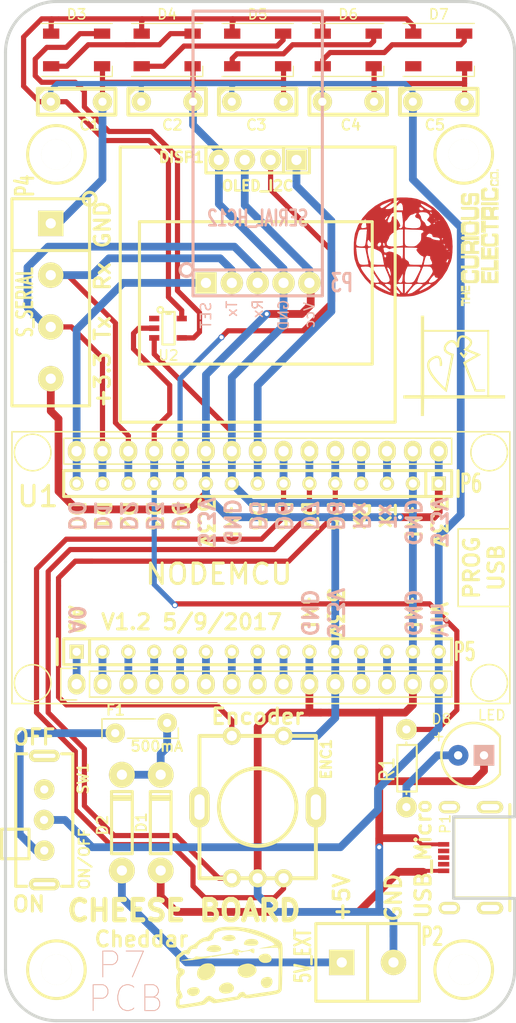
<source format=kicad_pcb>
(kicad_pcb (version 4) (host pcbnew 4.0.5)
  (layers (0 F.Cu signal) (31 B.Cu signal) (34 B.Paste user) (35 F.Paste user) (36 B.SilkS user) (37 F.SilkS user) (38 B.Mask user) (39 F.Mask user) (44 Edge.Cuts user))
  (net 0 "")
  (net 1 "Net-(F1-Pad2)")
  (net 2 /5V_PWR)
  (net 3 GND)
  (net 4 /LED_WS2811)
  (net 5 "Net-(D2-Pad2)")
  (net 6 /SDA)
  (net 7 /SCL)
  (net 8 +3V3)
  (net 9 /HC12_SET)
  (net 10 /SOFT_Rx)
  (net 11 /SOFT_Tx)
  (net 12 /Tx)
  (net 13 /Rx)
  (net 14 "Net-(D1-Pad1)")
  (net 15 "Net-(D1-Pad2)")
  (net 16 "Net-(D3-Pad4)")
  (net 17 /ENC_A)
  (net 18 /ENC_B)
  (net 19 /SW_ENC)
  (net 20 "Net-(P1-Pad6)")
  (net 21 "Net-(D8-Pad2)")
  (net 22 "Net-(P5-Pad13)")
  (net 23 "Net-(P5-Pad12)")
  (net 24 "Net-(P5-Pad1)")
  (net 25 "Net-(P5-Pad2)")
  (net 26 "Net-(P5-Pad3)")
  (net 27 "Net-(P5-Pad4)")
  (net 28 "Net-(P5-Pad5)")
  (net 29 "Net-(P5-Pad6)")
  (net 30 "Net-(P5-Pad7)")
  (net 31 "Net-(P5-Pad8)")
  (net 32 "Net-(P5-Pad9)")
  (net 33 "Net-(D3-Pad2)")
  (net 34 "Net-(D4-Pad2)")
  (net 35 "Net-(D5-Pad2)")
  (net 36 "Net-(D6-Pad2)")
  (net 37 "Net-(D7-Pad2)")
  (net 38 "Net-(P1-Pad2)")
  (net 39 "Net-(P1-Pad3)")
  (net 40 "Net-(P1-Pad4)")
  (net 41 "Net-(P10-Pad1)")
  (net 42 "Net-(U2-Pad1)")
  (module REInnovationFootprint:TH_OLED1306 (layer F.Cu) (at 113.665 51.435)
    (fp_text reference DISP1 (at -7.493 1.016) (layer F.SilkS) (effects (font (thickness 0.25))))
    (fp_text value OLED_I2C (at 0 3.81) (layer F.SilkS) (effects (font (thickness 0.25))))
    (pad 1 thru_hole rect (at 3.81 1.27) (size 2.032 2.032) (drill 1.00076) (layers *.Cu *.Mask F.SilkS) (net 6 /SDA))
    (pad 2 thru_hole circle (at 1.27 1.27) (size 2.032 2.032) (drill 1.00076) (layers *.Cu *.Mask F.SilkS) (net 7 /SCL))
    (pad 3 thru_hole circle (at -1.27 1.27) (size 2.032 2.032) (drill 1.00076) (layers *.Cu *.Mask F.SilkS) (net 8 +3V3))
    (pad 4 thru_hole circle (at -3.81 1.27) (size 2.032 2.032) (drill 1.00076) (layers *.Cu *.Mask F.SilkS) (net 3 GND))
    (pad "" np_thru_hole circle (at 11.25 2.25) (size 3 3) (drill 3) (layers *.Cu *.Mask))
    (pad "" np_thru_hole circle (at 11.25 24.75) (size 3 3) (drill 3) (layers *.Cu *.Mask))
    (pad "" np_thru_hole circle (at -11.25 24.75) (size 3 3) (drill 3) (layers *.Cu *.Mask))
    (pad "" np_thru_hole circle (at -11.25 2.25) (size 3 3) (drill 3) (layers *.Cu *.Mask))
  )
  (module REInnovationFootprint:TH_MC36188_FUSE (layer F.Cu) (at 104.775 107.95 180)
    (fp_text reference F1 (at 5.08 1.27 180) (layer F.SilkS) (effects (font (size 1.016 1.016) (thickness 0.2032))))
    (fp_text value 500mA (at 1.016 -2.286 360) (layer F.SilkS) (effects (font (size 1.016 1.016) (thickness 0.2032))))
    (pad 1 thru_hole circle (at 0 0 180) (size 1.905 1.905) (drill 0.8) (layers *.Cu *.Mask F.SilkS) (net 14 "Net-(D1-Pad1)"))
    (pad 2 thru_hole circle (at 5.1 -1 180) (size 1.905 1.905) (drill 0.8) (layers *.Cu *.Mask F.SilkS) (net 1 "Net-(F1-Pad2)"))
  )
  (module REInnovationFootprint:TH_Resistor_1 (layer F.Cu) (at 128.27 112.395 270)
    (fp_text reference R1 (at 0.127 1.905 270) (layer F.SilkS) (effects (font (size 1.397 1.27) (thickness 0.2032))))
    (fp_text value 330 hide)
    (pad 1 thru_hole circle (at -3.81 0 270) (size 2.032 2.032) (drill 0.8001) (layers *.Cu *.Mask F.SilkS) (net 4 /LED_WS2811))
    (pad 2 thru_hole circle (at 3.81 0 270) (size 2.032 2.032) (drill 0.8001) (layers *.Cu *.Mask F.SilkS) (net 21 "Net-(D8-Pad2)"))
  )
  (module REInnovationFootprint:NodeMCU_Amica_R2_FSILK (layer F.Cu) (at 95.885 104.14 90)
    (fp_text reference U1 (at 18.415 -3.81 180) (layer F.SilkS) (effects (font (size 2 2) (thickness 0.3))))
    (fp_text value NODEMCU (at 10.795 13.97 180) (layer F.SilkS) (effects (font (size 2 2) (thickness 0.3))))
    (pad 1 thru_hole oval (at 0 0 90) (size 2.032 1.7272) (drill 1.016) (layers *.Cu *.Mask F.SilkS) (net 24 "Net-(P5-Pad1)"))
    (pad 2 thru_hole oval (at 0 2.54 90) (size 2.032 1.7272) (drill 1.016) (layers *.Cu *.Mask F.SilkS) (net 25 "Net-(P5-Pad2)"))
    (pad 3 thru_hole oval (at 0 5.08 90) (size 2.032 1.7272) (drill 1.016) (layers *.Cu *.Mask F.SilkS) (net 26 "Net-(P5-Pad3)"))
    (pad 4 thru_hole oval (at 0 7.62 90) (size 2.032 1.7272) (drill 1.016) (layers *.Cu *.Mask F.SilkS) (net 27 "Net-(P5-Pad4)"))
    (pad 5 thru_hole oval (at 0 10.16 90) (size 2.032 1.7272) (drill 1.016) (layers *.Cu *.Mask F.SilkS) (net 28 "Net-(P5-Pad5)"))
    (pad 6 thru_hole oval (at 0 12.7 90) (size 2.032 1.7272) (drill 1.016) (layers *.Cu *.Mask F.SilkS) (net 29 "Net-(P5-Pad6)"))
    (pad 7 thru_hole oval (at 0 15.24 90) (size 2.032 1.7272) (drill 1.016) (layers *.Cu *.Mask F.SilkS) (net 30 "Net-(P5-Pad7)"))
    (pad 8 thru_hole oval (at 0 17.78 90) (size 2.032 1.7272) (drill 1.016) (layers *.Cu *.Mask F.SilkS) (net 31 "Net-(P5-Pad8)"))
    (pad 9 thru_hole oval (at 0 20.32 90) (size 2.032 1.7272) (drill 1.016) (layers *.Cu *.Mask F.SilkS) (net 32 "Net-(P5-Pad9)"))
    (pad 10 thru_hole oval (at 0 22.86 90) (size 2.032 1.7272) (drill 1.016) (layers *.Cu *.Mask F.SilkS) (net 3 GND))
    (pad 11 thru_hole oval (at 0 25.4 90) (size 2.032 1.7272) (drill 1.016) (layers *.Cu *.Mask F.SilkS) (net 8 +3V3))
    (pad 12 thru_hole oval (at 0 27.94 90) (size 2.032 1.7272) (drill 1.016) (layers *.Cu *.Mask F.SilkS) (net 23 "Net-(P5-Pad12)"))
    (pad 13 thru_hole oval (at 0 30.48 90) (size 2.032 1.7272) (drill 1.016) (layers *.Cu *.Mask F.SilkS) (net 22 "Net-(P5-Pad13)"))
    (pad 14 thru_hole oval (at 0 33.02 90) (size 2.032 1.7272) (drill 1.016) (layers *.Cu *.Mask F.SilkS) (net 3 GND))
    (pad 15 thru_hole oval (at 0 35.56 90) (size 2.032 1.7272) (drill 1.016) (layers *.Cu *.Mask F.SilkS) (net 2 /5V_PWR))
    (pad 30 thru_hole oval (at 22.86 0 90) (size 2.032 1.7272) (drill 1.016) (layers *.Cu *.Mask F.SilkS) (net 9 /HC12_SET))
    (pad 18 thru_hole oval (at 22.86 30.48 90) (size 2.032 1.7272) (drill 1.016) (layers *.Cu *.Mask F.SilkS) (net 12 /Tx))
    (pad 17 thru_hole oval (at 22.86 33.02 90) (size 2.032 1.7272) (drill 1.016) (layers *.Cu *.Mask F.SilkS) (net 3 GND))
    (pad 19 thru_hole oval (at 22.86 27.94 90) (size 2.032 1.7272) (drill 1.016) (layers *.Cu *.Mask F.SilkS) (net 13 /Rx))
    (pad 25 thru_hole oval (at 22.86 12.7 90) (size 2.032 1.7272) (drill 1.016) (layers *.Cu *.Mask F.SilkS) (net 8 +3V3))
    (pad 26 thru_hole oval (at 22.86 10.16 90) (size 2.032 1.7272) (drill 1.016) (layers *.Cu *.Mask F.SilkS) (net 7 /SCL))
    (pad 24 thru_hole oval (at 22.86 15.24 90) (size 2.032 1.7272) (drill 1.016) (layers *.Cu *.Mask F.SilkS) (net 3 GND))
    (pad 16 thru_hole oval (at 22.86 35.56 90) (size 2.032 1.7272) (drill 1.016) (layers *.Cu *.Mask F.SilkS) (net 8 +3V3))
    (pad 22 thru_hole oval (at 22.86 20.32 90) (size 2.032 1.7272) (drill 1.016) (layers *.Cu *.Mask F.SilkS) (net 18 /ENC_B))
    (pad 23 thru_hole oval (at 22.86 17.78 90) (size 2.032 1.7272) (drill 1.016) (layers *.Cu *.Mask F.SilkS) (net 6 /SDA))
    (pad 21 thru_hole oval (at 22.86 22.86 90) (size 2.032 1.7272) (drill 1.016) (layers *.Cu *.Mask F.SilkS) (net 17 /ENC_A))
    (pad 20 thru_hole oval (at 22.86 25.4 90) (size 2.032 1.7272) (drill 1.016) (layers *.Cu *.Mask F.SilkS) (net 19 /SW_ENC))
    (pad 28 thru_hole oval (at 22.86 5.08 90) (size 2.032 1.7272) (drill 1.016) (layers *.Cu *.Mask F.SilkS) (net 10 /SOFT_Rx))
    (pad 27 thru_hole oval (at 22.86 7.62 90) (size 2.032 1.7272) (drill 1.016) (layers *.Cu *.Mask F.SilkS) (net 4 /LED_WS2811))
    (pad 29 thru_hole oval (at 22.86 2.54 90) (size 2.032 1.7272) (drill 1.016) (layers *.Cu *.Mask F.SilkS) (net 11 /SOFT_Tx))
  )
  (module REInnovationFootprint:TH_Diode_1 (layer F.Cu) (at 104.14 118.11 90)
    (fp_text reference D1 (at 0.381 -1.905 90) (layer F.SilkS) (effects (font (size 1.016 1.016) (thickness 0.2032))))
    (fp_text value 1N5819 hide)
    (pad 1 thru_hole circle (at 5.08 0 90) (size 2.54 2.54) (drill 1.00076) (layers *.Cu *.Mask F.SilkS) (net 14 "Net-(D1-Pad1)"))
    (pad 2 thru_hole circle (at -4.318 0 90) (size 2.54 2.54) (drill 1.00076) (layers *.Cu *.Mask F.SilkS) (net 15 "Net-(D1-Pad2)"))
  )
  (module REInnovationFootprint:SW_SPDT_R_Angle_ALIEX (layer F.Cu) (at 92.71 117.475 180)
    (fp_text reference SW1 (at -3.81 4.064 450) (layer F.SilkS) (effects (font (size 1.016 1.016) (thickness 0.2032))))
    (fp_text value ON/OFF (at -3.937 -3.81 450) (layer F.SilkS) (effects (font (size 1.016 1.016) (thickness 0.2032))))
    (pad 2 thru_hole circle (at 0.0254 0.00762 180) (size 2 2) (drill 0.8) (layers *.Cu *.Mask F.SilkS) (net 2 /5V_PWR))
    (pad 1 thru_hole circle (at 0 -3 180) (size 2 2) (drill 0.8) (layers *.Cu *.Mask F.SilkS) (net 1 "Net-(F1-Pad2)"))
    (pad 3 thru_hole circle (at 0 3 180) (size 2 2) (drill 0.8) (layers *.Cu *.Mask F.SilkS))
    (pad 4 thru_hole oval (at 0 -6.3 180) (size 3 1.2) (drill oval 2.2 0.4) (layers *.Cu *.Mask F.SilkS))
    (pad 5 thru_hole oval (at 0 6.3 180) (size 3 1.2) (drill oval 2.2 0.4) (layers *.Cu *.Mask F.SilkS))
  )
  (module matts_components:C1_wide_lg_pad (layer F.Cu) (at 94.615 46.99)
    (fp_text reference C1 (at 2.54 2.286) (layer F.SilkS) (effects (font (size 1.016 1.016) (thickness 0.2032))))
    (fp_text value 100n hide)
    (pad 1 thru_hole circle (at -1.27 0) (size 1.905 1.905) (drill 0.8001) (layers *.Cu *.Mask F.SilkS) (net 2 /5V_PWR))
    (pad 2 thru_hole circle (at 3.81 0) (size 1.905 1.905) (drill 0.8001) (layers *.Cu *.Mask F.SilkS) (net 3 GND))
  )
  (module matts_components:C1_wide_lg_pad (layer F.Cu) (at 103.505 46.99)
    (fp_text reference C2 (at 1.778 2.286) (layer F.SilkS) (effects (font (size 1.016 1.016) (thickness 0.2032))))
    (fp_text value 100n hide)
    (pad 1 thru_hole circle (at -1.27 0) (size 1.905 1.905) (drill 0.8001) (layers *.Cu *.Mask F.SilkS) (net 2 /5V_PWR))
    (pad 2 thru_hole circle (at 3.81 0) (size 1.905 1.905) (drill 0.8001) (layers *.Cu *.Mask F.SilkS) (net 3 GND))
  )
  (module matts_components:C1_wide_lg_pad (layer F.Cu) (at 112.395 46.99)
    (fp_text reference C3 (at 1.143 2.286) (layer F.SilkS) (effects (font (size 1.016 1.016) (thickness 0.2032))))
    (fp_text value 100n hide)
    (pad 1 thru_hole circle (at -1.27 0) (size 1.905 1.905) (drill 0.8001) (layers *.Cu *.Mask F.SilkS) (net 2 /5V_PWR))
    (pad 2 thru_hole circle (at 3.81 0) (size 1.905 1.905) (drill 0.8001) (layers *.Cu *.Mask F.SilkS) (net 3 GND))
  )
  (module matts_components:C1_wide_lg_pad (layer F.Cu) (at 121.285 46.99)
    (fp_text reference C4 (at 1.524 2.286) (layer F.SilkS) (effects (font (size 1.016 1.016) (thickness 0.2032))))
    (fp_text value 100n hide)
    (pad 1 thru_hole circle (at -1.27 0) (size 1.905 1.905) (drill 0.8001) (layers *.Cu *.Mask F.SilkS) (net 2 /5V_PWR))
    (pad 2 thru_hole circle (at 3.81 0) (size 1.905 1.905) (drill 0.8001) (layers *.Cu *.Mask F.SilkS) (net 3 GND))
  )
  (module matts_components:C1_wide_lg_pad (layer F.Cu) (at 130.175 46.99)
    (fp_text reference C5 (at 0.889 2.286) (layer F.SilkS) (effects (font (size 1.016 1.016) (thickness 0.2032))))
    (fp_text value 100n hide)
    (pad 1 thru_hole circle (at -1.27 0) (size 1.905 1.905) (drill 0.8001) (layers *.Cu *.Mask F.SilkS) (net 2 /5V_PWR))
    (pad 2 thru_hole circle (at 3.81 0) (size 1.905 1.905) (drill 0.8001) (layers *.Cu *.Mask F.SilkS) (net 3 GND))
  )
  (module REInnovationFootprint:TH_Diode_1 (layer F.Cu) (at 100.33 118.11 90)
    (fp_text reference D2 (at 0.127 -1.905 90) (layer F.SilkS) (effects (font (size 1.016 1.016) (thickness 0.2032))))
    (fp_text value 1N5819 hide)
    (pad 1 thru_hole circle (at 5.08 0 90) (size 2.54 2.54) (drill 1.00076) (layers *.Cu *.Mask F.SilkS) (net 14 "Net-(D1-Pad1)"))
    (pad 2 thru_hole circle (at -4.318 0 90) (size 2.54 2.54) (drill 1.00076) (layers *.Cu *.Mask F.SilkS) (net 5 "Net-(D2-Pad2)"))
  )
  (module REInnovationFootprint:USB_Micro-B_MOLEX_47642-0001 (layer F.Cu) (at 138.43 126.111 90)
    (fp_text reference P1 (at 8.255 -6.35 90) (layer F.SilkS))
    (fp_text value USB_Micro (at 4.826 -8.509 90) (layer F.SilkS) (effects (font (size 1.5 1.5) (thickness 0.3))))
    (pad 1 smd rect (at 3.65 -6.5 180) (size 1.1 0.45) (layers F.Cu F.Paste F.Mask) (net 15 "Net-(D1-Pad2)"))
    (pad 2 smd rect (at 4.3 -6.5 180) (size 1.1 0.45) (layers F.Cu F.Paste F.Mask) (net 38 "Net-(P1-Pad2)"))
    (pad 3 smd rect (at 4.95 -6.5 180) (size 1.1 0.45) (layers F.Cu F.Paste F.Mask) (net 39 "Net-(P1-Pad3)"))
    (pad 4 smd rect (at 5.6 -6.5 180) (size 1.1 0.45) (layers F.Cu F.Paste F.Mask) (net 40 "Net-(P1-Pad4)"))
    (pad 5 smd rect (at 6.25 -6.5 180) (size 1.1 0.45) (layers F.Cu F.Paste F.Mask) (net 3 GND))
    (pad 6 thru_hole oval (at 0 -5.95 180) (size 2.1 1.2) (drill oval 1.5 0.6) (layers *.Cu *.Mask F.SilkS) (net 20 "Net-(P1-Pad6)"))
    (pad 6 thru_hole oval (at 9.9 -5.95 180) (size 2.1 1.2) (drill oval 1.5 0.6) (layers *.Cu *.Mask F.SilkS) (net 20 "Net-(P1-Pad6)"))
    (pad 6 thru_hole oval (at 0 -1.95 180) (size 2.6 1.2) (drill oval 1.8 0.6) (layers *.Cu *.Mask F.SilkS) (net 20 "Net-(P1-Pad6)"))
    (pad 6 thru_hole oval (at 9.9 -1.95 180) (size 2.6 1.2) (drill oval 1.8 0.6) (layers *.Cu *.Mask F.SilkS) (net 20 "Net-(P1-Pad6)"))
  )
  (module REInnovationFootprint:TH_SIL_5_HC12 (layer F.Cu) (at 113.665 64.77)
    (fp_text reference P3 (at 8.255 0) (layer B.SilkS) (effects (font (size 1.72974 1.08712) (thickness 0.27178)) (justify mirror)))
    (fp_text value SERIAL_HC12 (at 0 -6.35) (layer B.SilkS) (effects (font (size 1.524 1.016) (thickness 0.254)) (justify mirror)))
    (fp_text user Vcc (at 5.08 3.175 90) (layer B.SilkS) (effects (justify mirror)))
    (fp_text user GND (at 2.54 3.175 90) (layer B.SilkS) (effects (justify mirror)))
    (fp_text user Rx (at 0 2.54 90) (layer B.SilkS) (effects (justify mirror)))
    (fp_text user Tx (at -2.54 2.54 90) (layer B.SilkS) (effects (justify mirror)))
    (fp_text user SET (at -5.08 3.175 270) (layer B.SilkS) (effects (justify mirror)))
    (pad 1 thru_hole rect (at -5.08 0) (size 2.10058 2.10058) (drill 1.00076) (layers *.Cu *.Mask F.SilkS) (net 9 /HC12_SET))
    (pad 2 thru_hole circle (at -2.54 0) (size 2.19964 2.19964) (drill 1.00076) (layers *.Cu *.Mask F.SilkS) (net 10 /SOFT_Rx))
    (pad 3 thru_hole circle (at 0 0) (size 2.19964 2.19964) (drill 1.00076) (layers *.Cu *.Mask F.SilkS) (net 11 /SOFT_Tx))
    (pad 4 thru_hole circle (at 2.54 0) (size 2.19964 2.19964) (drill 1.00076) (layers *.Cu *.Mask F.SilkS) (net 3 GND))
    (pad 5 thru_hole circle (at 5.08 0) (size 2.19964 2.19964) (drill 1.00076) (layers *.Cu *.Mask F.SilkS) (net 8 +3V3))
  )
  (module matts_components:SIL-4_screw_terminals (layer F.Cu) (at 93.345 59.055 270)
    (fp_text reference P4 (at -3.81 2.54 270) (layer F.SilkS) (effects (font (size 1.73482 1.08712) (thickness 0.27178))))
    (fp_text value S_SERIAL (at 7.62 2.54 270) (layer F.SilkS) (effects (font (size 1.524 1.016) (thickness 0.254))))
    (pad 1 thru_hole rect (at -0.127 0 270) (size 2.49936 2.49936) (drill 1.00076) (layers *.Cu *.Mask F.SilkS) (net 3 GND))
    (pad 2 thru_hole circle (at 4.953 0 270) (size 2.49936 2.49936) (drill 1.00076) (layers *.Cu *.Mask F.SilkS) (net 10 /SOFT_Rx))
    (pad 3 thru_hole circle (at 10.033 0 270) (size 2.49936 2.49936) (drill 1.00076) (layers *.Cu *.Mask F.SilkS) (net 11 /SOFT_Tx))
    (pad 4 thru_hole circle (at 15.113 0 270) (size 2.49936 2.49936) (drill 1.00076) (layers *.Cu *.Mask F.SilkS) (net 8 +3V3))
  )
  (module REInnovationFootprint:TH_SIL-15 (layer F.Cu) (at 107.315 100.965)
    (fp_text reference P5 (at 26.67 0) (layer F.SilkS) (effects (font (size 1.72974 1.08712) (thickness 0.27178))))
    (fp_text value NODEMCU_1 hide)
    (pad 15 thru_hole circle (at 24.13 0) (size 1.397 1.397) (drill 0.8001) (layers *.Cu *.Mask F.SilkS) (net 2 /5V_PWR))
    (pad 14 thru_hole circle (at 21.59 0) (size 1.397 1.397) (drill 0.8001) (layers *.Cu *.Mask F.SilkS) (net 3 GND))
    (pad 13 thru_hole circle (at 19.05 0) (size 1.397 1.397) (drill 0.8001) (layers *.Cu *.Mask F.SilkS) (net 22 "Net-(P5-Pad13)"))
    (pad 12 thru_hole circle (at 16.51 0) (size 1.397 1.397) (drill 0.8001) (layers *.Cu *.Mask F.SilkS) (net 23 "Net-(P5-Pad12)"))
    (pad 11 thru_hole circle (at 13.97 0) (size 1.397 1.397) (drill 0.8001) (layers *.Cu *.Mask F.SilkS) (net 8 +3V3))
    (pad 1 thru_hole rect (at -11.43 0) (size 1.397 1.397) (drill 0.8001) (layers *.Cu *.Mask F.SilkS) (net 24 "Net-(P5-Pad1)"))
    (pad 2 thru_hole circle (at -8.89 0) (size 1.397 1.397) (drill 0.8001) (layers *.Cu *.Mask F.SilkS) (net 25 "Net-(P5-Pad2)"))
    (pad 3 thru_hole circle (at -6.35 0) (size 1.397 1.397) (drill 0.8001) (layers *.Cu *.Mask F.SilkS) (net 26 "Net-(P5-Pad3)"))
    (pad 4 thru_hole circle (at -3.81 0) (size 1.397 1.397) (drill 0.8001) (layers *.Cu *.Mask F.SilkS) (net 27 "Net-(P5-Pad4)"))
    (pad 5 thru_hole circle (at -1.27 0) (size 1.397 1.397) (drill 0.8001) (layers *.Cu *.Mask F.SilkS) (net 28 "Net-(P5-Pad5)"))
    (pad 6 thru_hole circle (at 1.27 0) (size 1.397 1.397) (drill 0.8001) (layers *.Cu *.Mask F.SilkS) (net 29 "Net-(P5-Pad6)"))
    (pad 7 thru_hole circle (at 3.81 0) (size 1.397 1.397) (drill 0.8001) (layers *.Cu *.Mask F.SilkS) (net 30 "Net-(P5-Pad7)"))
    (pad 8 thru_hole circle (at 6.35 0) (size 1.397 1.397) (drill 0.8001) (layers *.Cu *.Mask F.SilkS) (net 31 "Net-(P5-Pad8)"))
    (pad 9 thru_hole circle (at 8.89 0) (size 1.397 1.397) (drill 0.8001) (layers *.Cu *.Mask F.SilkS) (net 32 "Net-(P5-Pad9)"))
    (pad 10 thru_hole circle (at 11.43 0) (size 1.397 1.397) (drill 0.8001) (layers *.Cu *.Mask F.SilkS) (net 3 GND))
  )
  (module REInnovationFootprint:TH_SIL-15 (layer F.Cu) (at 120.015 84.455 180)
    (fp_text reference P6 (at -14.605 0 180) (layer F.SilkS) (effects (font (size 1.72974 1.08712) (thickness 0.27178))))
    (fp_text value NODEMCU_2 hide)
    (pad 15 thru_hole circle (at 24.13 0 180) (size 1.397 1.397) (drill 0.8001) (layers *.Cu *.Mask F.SilkS) (net 9 /HC12_SET))
    (pad 14 thru_hole circle (at 21.59 0 180) (size 1.397 1.397) (drill 0.8001) (layers *.Cu *.Mask F.SilkS) (net 11 /SOFT_Tx))
    (pad 13 thru_hole circle (at 19.05 0 180) (size 1.397 1.397) (drill 0.8001) (layers *.Cu *.Mask F.SilkS) (net 10 /SOFT_Rx))
    (pad 12 thru_hole circle (at 16.51 0 180) (size 1.397 1.397) (drill 0.8001) (layers *.Cu *.Mask F.SilkS) (net 4 /LED_WS2811))
    (pad 11 thru_hole circle (at 13.97 0 180) (size 1.397 1.397) (drill 0.8001) (layers *.Cu *.Mask F.SilkS) (net 7 /SCL))
    (pad 1 thru_hole rect (at -11.43 0 180) (size 1.397 1.397) (drill 0.8001) (layers *.Cu *.Mask F.SilkS) (net 8 +3V3))
    (pad 2 thru_hole circle (at -8.89 0 180) (size 1.397 1.397) (drill 0.8001) (layers *.Cu *.Mask F.SilkS) (net 3 GND))
    (pad 3 thru_hole circle (at -6.35 0 180) (size 1.397 1.397) (drill 0.8001) (layers *.Cu *.Mask F.SilkS) (net 12 /Tx))
    (pad 4 thru_hole circle (at -3.81 0 180) (size 1.397 1.397) (drill 0.8001) (layers *.Cu *.Mask F.SilkS) (net 13 /Rx))
    (pad 5 thru_hole circle (at -1.27 0 180) (size 1.397 1.397) (drill 0.8001) (layers *.Cu *.Mask F.SilkS) (net 19 /SW_ENC))
    (pad 6 thru_hole circle (at 1.27 0 180) (size 1.397 1.397) (drill 0.8001) (layers *.Cu *.Mask F.SilkS) (net 17 /ENC_A))
    (pad 7 thru_hole circle (at 3.81 0 180) (size 1.397 1.397) (drill 0.8001) (layers *.Cu *.Mask F.SilkS) (net 18 /ENC_B))
    (pad 8 thru_hole circle (at 6.35 0 180) (size 1.397 1.397) (drill 0.8001) (layers *.Cu *.Mask F.SilkS) (net 6 /SDA))
    (pad 9 thru_hole circle (at 8.89 0 180) (size 1.397 1.397) (drill 0.8001) (layers *.Cu *.Mask F.SilkS) (net 3 GND))
    (pad 10 thru_hole circle (at 11.43 0 180) (size 1.397 1.397) (drill 0.8001) (layers *.Cu *.Mask F.SilkS) (net 8 +3V3))
  )
  (module REInnovationFootprint:PCB_50x100mm_RJWIFI (layer F.Cu) (at 88.9 137.16)
    (fp_text reference P7 (at 11.43 -5.461 180) (layer B.SilkS) (effects (font (size 2.54 2.54) (thickness 0.0889))))
    (fp_text value PCB (at 11.811 -2.159) (layer B.SilkS) (effects (font (size 2.54 2.54) (thickness 0.0889))))
    (fp_line (start 50 -20) (end 50 -45) (layer Edge.Cuts) (width 0.3))
    (fp_line (start 50 -12) (end 50 -5) (layer Edge.Cuts) (width 0.3))
    (fp_line (start 50 -12) (end 44 -12) (layer Edge.Cuts) (width 0.3))
    (fp_line (start 44 -12) (end 44 -20) (layer Edge.Cuts) (width 0.3))
    (fp_line (start 44 -20) (end 50 -20) (layer Edge.Cuts) (width 0.3))
    (fp_line (start 50 -95) (end 50 -45) (layer Edge.Cuts) (width 0.3))
    (fp_line (start 0 -95) (end 0 -45) (layer Edge.Cuts) (width 0.3))
    (fp_line (start 45 -100) (end 5 -100) (layer Edge.Cuts) (width 0.3))
    (fp_line (start 5 0) (end 45 0) (layer Edge.Cuts) (width 0.3))
    (fp_line (start 0 -45) (end 0 -5) (layer Edge.Cuts) (width 0.3))
    (fp_arc (start 5 -5) (end 5 0) (angle 90) (layer Edge.Cuts) (width 0.3))
    (fp_arc (start 45 -5) (end 50 -5) (angle 90) (layer Edge.Cuts) (width 0.3))
    (fp_arc (start 45 -95) (end 45 -100) (angle 90) (layer Edge.Cuts) (width 0.3))
    (fp_arc (start 5 -95) (end 0 -95) (angle 90) (layer Edge.Cuts) (width 0.3))
    (pad "" np_thru_hole circle (at 45 -85) (size 3 3) (drill 3) (layers *.Cu *.Mask F.SilkS))
    (pad "" np_thru_hole circle (at 5 -85) (size 3 3) (drill 3) (layers *.Cu *.Mask F.SilkS))
    (pad "" np_thru_hole circle (at 5 -5) (size 3 3) (drill 3) (layers *.Cu *.Mask F.SilkS))
    (pad "" np_thru_hole circle (at 45 -5) (size 3 3) (drill 3) (layers *.Cu *.Mask F.SilkS))
  )
  (module CuriousElectric3:CEC_Globe_10mm_FCU (layer F.Cu) (at 128.016 61.214)
    (fp_text reference P10 hide)
    (fp_text value LOGO1 hide)
    (fp_poly (pts (xy 0.230092 -4.822486) (xy 0.792908 -4.777429) (xy 1.267235 -4.688807) (xy 1.340706 -4.667542) (xy 2.157578 -4.328299) (xy 2.906366 -3.848203) (xy 3.436072 -3.372761) (xy 3.895128 -2.844669) (xy 4.241358 -2.322757) (xy 4.515748 -1.74238) (xy 4.585661 -1.559568) (xy 4.694208 -1.134991) (xy 4.761463 -0.602005) (xy 4.786724 -0.016601) (xy 4.769288 0.565234) (xy 4.708454 1.087509) (xy 4.623268 1.439333) (xy 4.251352 2.306343) (xy 3.758998 3.062829) (xy 3.153541 3.700203) (xy 2.442312 4.209878) (xy 2.105847 4.38761) (xy 1.727794 4.554278) (xy 1.34502 4.700212) (xy 1.024552 4.800467) (xy 0.948332 4.818372) (xy 0.590714 4.866643) (xy 0.138732 4.892962) (xy -0.333906 4.896002) (xy -0.753492 4.874436) (xy -0.931334 4.852214) (xy -1.397145 4.736206) (xy -1.917506 4.546832) (xy -2.413737 4.315238) (xy -2.683125 4.158727) (xy -3.248282 3.720076) (xy -2.794 3.720076) (xy -2.723212 3.790508) (xy -2.53362 3.912526) (xy -2.259386 4.065085) (xy -2.106863 4.14341) (xy -1.742472 4.318379) (xy -1.472379 4.43308) (xy -1.310818 4.483029) (xy -1.27202 4.463741) (xy -1.359776 4.378807) (xy -1.496247 4.269403) (xy -1.575752 4.204574) (xy -0.925894 4.204574) (xy -0.868603 4.341183) (xy -0.758702 4.471368) (xy -0.609663 4.59228) (xy -0.467889 4.653021) (xy -0.378369 4.643933) (xy -0.379736 4.628244) (xy 0.360409 4.628244) (xy 0.402507 4.646152) (xy 0.458702 4.628721) (xy 0.645329 4.57917) (xy 0.718202 4.572) (xy 0.837498 4.523907) (xy 1.038601 4.39991) (xy 1.149702 4.322145) (xy 1.511351 4.322145) (xy 1.525151 4.349207) (xy 1.637851 4.317468) (xy 1.651 4.312843) (xy 1.883427 4.213103) (xy 2.163446 4.070201) (xy 2.260457 4.015442) (xy 2.536293 3.839645) (xy 2.657844 3.722174) (xy 2.62795 3.658231) (xy 2.481496 3.642408) (xy 2.241535 3.713368) (xy 1.932671 3.926596) (xy 1.820333 4.023471) (xy 1.606421 4.219246) (xy 1.511351 4.322145) (xy 1.149702 4.322145) (xy 1.280736 4.230428) (xy 1.523129 4.045881) (xy 1.725007 3.876688) (xy 1.845597 3.75327) (xy 1.862666 3.718156) (xy 1.787142 3.671251) (xy 1.59677 3.643708) (xy 1.49492 3.640666) (xy 1.278331 3.653337) (xy 1.118297 3.712591) (xy 0.959046 3.850292) (xy 0.790977 4.042833) (xy 0.545686 4.34238) (xy 0.405149 4.532252) (xy 0.360409 4.628244) (xy -0.379736 4.628244) (xy -0.386092 4.555355) (xy -0.388599 4.550833) (xy -0.522195 4.362262) (xy -0.678414 4.202742) (xy -0.811145 4.1151) (xy -0.858974 4.113939) (xy -0.925894 4.204574) (xy -1.575752 4.204574) (xy -1.708706 4.096164) (xy -1.876496 3.958166) (xy -2.206667 3.73062) (xy -2.309146 3.698) (xy -1.862667 3.698) (xy -1.803602 3.782977) (xy -1.655475 3.927497) (xy -1.5875 3.986346) (xy -1.414453 4.124509) (xy -1.329278 4.158385) (xy -1.293209 4.096099) (xy -1.284472 4.049855) (xy -1.283022 3.848459) (xy -1.302981 3.761509) (xy -1.341434 3.73225) (xy -0.762 3.73225) (xy -0.714139 3.832567) (xy -0.594367 4.010218) (xy -0.4384 4.218718) (xy -0.281957 4.411577) (xy -0.160755 4.542309) (xy -0.116801 4.572) (xy -0.099198 4.495397) (xy -0.087526 4.297806) (xy -0.084667 4.106333) (xy -0.084667 3.640666) (xy 0.084666 3.640666) (xy 0.08846 4.1275) (xy 0.092254 4.614333) (xy 0.46946 4.193318) (xy 0.660959 3.970404) (xy 0.796726 3.794853) (xy 0.846666 3.706485) (xy 0.770958 3.667224) (xy 0.579417 3.64368) (xy 0.465666 3.640666) (xy 0.084666 3.640666) (xy -0.084667 3.640666) (xy -0.423334 3.640666) (xy -0.635502 3.660978) (xy -0.753397 3.711741) (xy -0.762 3.73225) (xy -1.341434 3.73225) (xy -1.395683 3.690973) (xy -1.564703 3.647262) (xy -1.740008 3.638322) (xy -1.85156 3.6721) (xy -1.862667 3.698) (xy -2.309146 3.698) (xy -2.483261 3.642578) (xy -2.527554 3.640666) (xy -2.711226 3.662681) (xy -2.793663 3.716072) (xy -2.794 3.720076) (xy -3.248282 3.720076) (xy -3.271249 3.70225) (xy -3.808462 3.140101) (xy -4.266574 2.510811) (xy -4.533182 2.010833) (xy -4.233017 2.010833) (xy -4.178475 2.167604) (xy -4.035999 2.406897) (xy -3.835777 2.689908) (xy -3.608002 2.977831) (xy -3.382863 3.231864) (xy -3.19055 3.4132) (xy -3.093657 3.475295) (xy -2.877856 3.531343) (xy -2.644773 3.549618) (xy -2.469682 3.526676) (xy -2.433093 3.505536) (xy -2.450226 3.415203) (xy -2.546802 3.233849) (xy -2.660337 3.061036) (xy -2.862439 2.758868) (xy -3.059312 2.440438) (xy -3.135613 2.307166) (xy -3.259051 2.098237) (xy -3.298381 2.061206) (xy -3.048 2.061206) (xy -3.001712 2.192223) (xy -2.880931 2.416216) (xy -2.712787 2.690711) (xy -2.524409 2.973234) (xy -2.342926 3.221309) (xy -2.201563 3.386437) (xy -1.986062 3.511331) (xy -1.732527 3.538716) (xy -1.508553 3.46951) (xy -1.42444 3.387458) (xy -0.532896 3.387458) (xy -0.511343 3.511738) (xy -0.352842 3.544441) (xy -0.309511 3.539675) (xy -0.206551 3.505842) (xy -0.14874 3.414156) (xy -0.120758 3.223487) (xy -0.113644 3.070894) (xy 0.083959 3.070894) (xy 0.092513 3.331435) (xy 0.135354 3.491521) (xy 0.145014 3.503458) (xy 0.259335 3.53471) (xy 0.477659 3.543366) (xy 0.589514 3.538736) (xy 0.783913 3.52087) (xy 0.91714 3.476714) (xy 0.951281 3.444301) (xy 1.318578 3.444301) (xy 1.320044 3.483809) (xy 1.434653 3.536221) (xy 1.645996 3.553824) (xy 1.885244 3.537356) (xy 2.08357 3.487555) (xy 2.109152 3.475354) (xy 2.120173 3.465684) (xy 2.455333 3.465684) (xy 2.518506 3.549278) (xy 2.677627 3.550474) (xy 2.887094 3.479816) (xy 3.101308 3.347846) (xy 3.152497 3.304481) (xy 3.315695 3.149825) (xy 3.361178 3.075912) (xy 3.299169 3.05255) (xy 3.2385 3.050481) (xy 3.084796 3.000149) (xy 3.048 2.921) (xy 3.007622 2.808251) (xy 2.973382 2.794) (xy 2.877714 2.857553) (xy 2.736618 3.012111) (xy 2.591861 3.20352) (xy 2.485208 3.377626) (xy 2.455333 3.465684) (xy 2.120173 3.465684) (xy 2.23373 3.366049) (xy 2.409473 3.160803) (xy 2.579079 2.931187) (xy 2.748036 2.677322) (xy 2.831541 2.5109) (xy 2.843586 2.382307) (xy 2.798162 2.241929) (xy 2.783158 2.207499) (xy 2.693082 2.04516) (xy 2.573344 1.969303) (xy 2.362513 1.94792) (xy 2.283866 1.947333) (xy 1.899735 1.947333) (xy 1.587582 2.679476) (xy 1.456422 3.004776) (xy 1.362527 3.272427) (xy 1.318578 3.444301) (xy 0.951281 3.444301) (xy 1.025305 3.374026) (xy 1.144516 3.180561) (xy 1.281327 2.921) (xy 1.48774 2.521428) (xy 1.613378 2.249383) (xy 1.652113 2.080399) (xy 1.597813 1.990009) (xy 1.44435 1.953746) (xy 1.185594 1.947145) (xy 1.037386 1.947333) (xy 0.370029 1.947333) (xy 0.227347 2.246539) (xy 0.155045 2.472446) (xy 0.106026 2.765898) (xy 0.083959 3.070894) (xy -0.113644 3.070894) (xy -0.110603 3.005666) (xy -0.106733 2.744351) (xy -0.118935 2.63965) (xy -0.149645 2.679394) (xy -0.166175 2.728232) (xy -0.273097 2.964785) (xy -0.414252 3.182684) (xy -0.532896 3.387458) (xy -1.42444 3.387458) (xy -1.412439 3.375752) (xy -1.386179 3.256523) (xy -1.425702 3.06063) (xy -1.538351 2.758926) (xy -1.609701 2.592585) (xy -1.825083 2.102487) (xy -1.628362 2.102487) (xy -1.574817 2.282258) (xy -1.50802 2.455333) (xy -1.40357 2.689592) (xy -1.321413 2.843327) (xy -1.289898 2.878666) (xy -1.273971 2.804178) (xy -1.284178 2.617131) (xy -1.294766 2.527797) (xy -1.378806 2.222201) (xy -1.52516 2.058202) (xy -1.625142 2.033296) (xy -1.628362 2.102487) (xy -1.825083 2.102487) (xy -1.893269 1.947333) (xy -2.470635 1.947333) (xy -2.798436 1.957141) (xy -2.982402 1.989791) (xy -3.04707 2.050124) (xy -3.048 2.061206) (xy -3.298381 2.061206) (xy -3.372433 1.991485) (xy -3.537482 1.952617) (xy -3.783258 1.947333) (xy -4.03334 1.958116) (xy -4.196617 1.985844) (xy -4.233017 2.010833) (xy -4.533182 2.010833) (xy -4.617393 1.852911) (xy -4.827654 1.227619) (xy -4.890095 0.802586) (xy -4.917063 0.277066) (xy -4.91441 0.074936) (xy -4.682062 0.074936) (xy -4.630807 0.623818) (xy -4.58302 0.968185) (xy -4.51233 1.29212) (xy -4.453096 1.47535) (xy -4.366988 1.654808) (xy -4.266794 1.744198) (xy -4.09524 1.774802) (xy -3.898987 1.778) (xy -3.656373 1.76669) (xy -3.502075 1.737743) (xy -3.472756 1.7145) (xy -3.489326 1.608371) (xy -3.532525 1.377223) (xy -3.594605 1.061846) (xy -3.629553 0.889) (xy -3.736269 0.365632) (xy -3.556 0.365632) (xy -3.530312 0.614517) (xy -3.464284 0.931058) (xy -3.374469 1.254782) (xy -3.277422 1.525221) (xy -3.198328 1.672166) (xy -3.057982 1.734824) (xy -2.776495 1.770851) (xy -2.525797 1.778) (xy -1.939661 1.778) (xy -1.995403 1.4605) (xy -2.065894 1.065064) (xy -2.102674 0.899609) (xy -1.933783 0.899609) (xy -1.912685 0.984172) (xy -1.843164 1.077889) (xy -1.758292 1.030157) (xy -1.704002 0.914571) (xy -1.759656 0.831144) (xy -1.872452 0.771611) (xy -1.914049 0.785159) (xy -1.933783 0.899609) (xy -2.102674 0.899609) (xy -2.124913 0.799573) (xy -2.192658 0.627628) (xy -2.289327 0.51283) (xy -2.435121 0.418778) (xy -2.628192 0.320195) (xy -2.871408 0.213542) (xy -2.000616 0.213542) (xy -1.998726 0.218591) (xy -1.952165 0.409319) (xy -1.947334 0.472591) (xy -1.882083 0.567612) (xy -1.735393 0.588175) (xy -1.580863 0.527928) (xy -1.556227 0.506359) (xy -1.42059 0.476619) (xy -1.190395 0.519108) (xy -0.912998 0.613678) (xy -0.635755 0.740174) (xy -0.40602 0.878447) (xy -0.27115 1.008345) (xy -0.254 1.060507) (xy -0.207591 1.171776) (xy -0.169334 1.185333) (xy -0.12509 1.107575) (xy -0.094799 0.901593) (xy -0.084667 0.635) (xy -0.084667 0.084666) (xy 0.084666 0.084666) (xy 0.084666 0.663743) (xy 0.089747 0.974021) (xy 0.114192 1.159117) (xy 0.171807 1.263089) (xy 0.276398 1.329998) (xy 0.296333 1.339261) (xy 0.46271 1.47561) (xy 0.508 1.606851) (xy 0.522654 1.694536) (xy 0.590116 1.745871) (xy 0.745633 1.770417) (xy 1.024454 1.777735) (xy 1.13902 1.778) (xy 1.77004 1.778) (xy 1.951566 1.778) (xy 2.372783 1.778) (xy 2.629064 1.767447) (xy 2.755623 1.726633) (xy 2.791259 1.641819) (xy 2.791307 1.629833) (xy 2.739589 1.444154) (xy 2.738311 1.441966) (xy 4.179576 1.441966) (xy 4.195587 1.531422) (xy 4.263019 1.579315) (xy 4.326654 1.476046) (xy 4.382656 1.30334) (xy 4.396715 1.23069) (xy 4.353366 1.216681) (xy 4.265648 1.286065) (xy 4.179576 1.441966) (xy 2.738311 1.441966) (xy 2.670122 1.32527) (xy 2.594044 1.154595) (xy 2.597206 1.050103) (xy 2.59231 0.946321) (xy 2.555983 0.931333) (xy 2.404556 0.903039) (xy 2.336434 0.880393) (xy 2.221888 0.895175) (xy 2.124584 1.045454) (xy 2.036949 1.34543) (xy 2.004375 1.502833) (xy 1.951566 1.778) (xy 1.77004 1.778) (xy 1.858214 1.4605) (xy 1.928803 1.168854) (xy 1.936439 1.004738) (xy 1.879453 0.937828) (xy 1.829104 0.931333) (xy 1.712553 0.87854) (xy 1.559361 0.747777) (xy 1.405443 0.580465) (xy 1.321536 0.465666) (xy 4.402666 0.465666) (xy 4.445 0.508) (xy 4.487333 0.465666) (xy 4.445 0.423333) (xy 4.402666 0.465666) (xy 1.321536 0.465666) (xy 1.286715 0.418025) (xy 1.239091 0.301879) (xy 1.257624 0.272236) (xy 1.313721 0.221203) (xy 4.17777 0.221203) (xy 4.191 0.254) (xy 4.267082 0.33477) (xy 4.280663 0.338666) (xy 4.317029 0.27316) (xy 4.318 0.254) (xy 4.252912 0.172586) (xy 4.228336 0.169333) (xy 4.17777 0.221203) (xy 1.313721 0.221203) (xy 1.349655 0.188513) (xy 1.354666 0.162277) (xy 1.276925 0.125181) (xy 1.071281 0.097739) (xy 0.779101 0.085006) (xy 0.719666 0.084666) (xy 0.084666 0.084666) (xy -0.084667 0.084666) (xy -0.54635 0.084666) (xy -0.852468 0.102932) (xy -1.121586 0.149528) (xy -1.22598 0.18397) (xy -1.414542 0.240896) (xy -1.53692 0.190107) (xy -1.54323 0.18397) (xy -1.701912 0.105241) (xy -1.846326 0.084666) (xy -1.992198 0.113332) (xy -2.000616 0.213542) (xy -2.871408 0.213542) (xy -2.917827 0.193187) (xy -3.183413 0.108077) (xy -3.323167 0.086085) (xy -3.482885 0.105406) (xy -3.546115 0.200351) (xy -3.556 0.365632) (xy -3.736269 0.365632) (xy -3.784928 0.127) (xy -4.682062 0.074936) (xy -4.91441 0.074936) (xy -4.909689 -0.284567) (xy -4.907376 -0.314964) (xy -4.681503 -0.314964) (xy -4.660606 -0.166865) (xy -4.581808 -0.085116) (xy -4.580939 -0.084606) (xy -4.377671 -0.022376) (xy -4.11845 -0.006567) (xy -3.894791 -0.039618) (xy -3.839175 -0.064844) (xy -3.789619 -0.172407) (xy -3.773305 -0.249236) (xy -3.582063 -0.249236) (xy -3.54219 -0.111114) (xy -3.538127 -0.105834) (xy -3.420725 -0.010267) (xy -3.284267 -0.042763) (xy -3.227997 -0.076285) (xy -3.164121 -0.151943) (xy -3.179166 -0.21732) (xy -2.577938 -0.21732) (xy -2.577195 -0.073945) (xy -2.556087 -0.04431) (xy -2.423416 -0.006362) (xy -2.287625 -0.085643) (xy -2.216612 -0.233699) (xy -2.222485 -0.285045) (xy -2.032 -0.285045) (xy -2.005539 -0.117697) (xy -1.947481 -0.03885) (xy -1.889814 -0.080602) (xy -1.875894 -0.128398) (xy -1.898878 -0.303163) (xy -1.939394 -0.364594) (xy -2.012271 -0.395348) (xy -2.032 -0.285045) (xy -2.222485 -0.285045) (xy -2.233743 -0.383468) (xy -2.313418 -0.409684) (xy -1.68182 -0.409684) (xy -1.677171 -0.207141) (xy -1.560256 -0.077755) (xy -1.502834 -0.059753) (xy -1.149355 -0.019873) (xy -0.747014 -0.014651) (xy -0.394933 -0.044676) (xy -0.34925 -0.052917) (xy -0.084667 -0.105834) (xy -0.084667 -0.898073) (xy 0.084666 -0.898073) (xy 0.086744 -0.507216) (xy 0.108852 -0.254636) (xy 0.174797 -0.109318) (xy 0.30839 -0.040249) (xy 0.533439 -0.016414) (xy 0.766557 -0.009822) (xy 1.025354 -0.021249) (xy 1.212578 -0.094911) (xy 1.344176 -0.209102) (xy 3.916564 -0.209102) (xy 3.933518 -0.174967) (xy 4.014251 -0.087434) (xy 4.029102 -0.149163) (xy 4.008549 -0.215319) (xy 3.946216 -0.307525) (xy 3.918062 -0.305618) (xy 3.916564 -0.209102) (xy 1.344176 -0.209102) (xy 1.408952 -0.265309) (xy 1.44106 -0.298116) (xy 1.622003 -0.509478) (xy 1.70228 -0.698122) (xy 1.714678 -0.945562) (xy 1.713501 -0.975449) (xy 1.714299 -1.03373) (xy 2.218321 -1.03373) (xy 2.2421 -0.952774) (xy 2.402633 -0.931334) (xy 2.603176 -0.882818) (xy 2.70541 -0.809061) (xy 2.85349 -0.718846) (xy 3.083092 -0.658314) (xy 3.117944 -0.65396) (xy 3.341011 -0.628692) (xy 3.48684 -0.609057) (xy 3.498708 -0.6069) (xy 3.544194 -0.661657) (xy 3.540311 -0.740834) (xy 3.525376 -0.762) (xy 3.725333 -0.762) (xy 3.75422 -0.679535) (xy 3.762669 -0.677334) (xy 3.834955 -0.736663) (xy 3.852333 -0.762) (xy 3.84562 -0.840019) (xy 3.814996 -0.846667) (xy 3.728778 -0.785207) (xy 3.725333 -0.762) (xy 3.525376 -0.762) (xy 3.466036 -0.846094) (xy 3.272072 -0.902588) (xy 3.146044 -0.91538) (xy 2.907233 -0.9502) (xy 2.818523 -1.01366) (xy 2.822574 -1.05301) (xy 2.788136 -1.16682) (xy 2.668427 -1.253945) (xy 2.490812 -1.296987) (xy 2.351126 -1.210121) (xy 2.336461 -1.194315) (xy 2.218321 -1.03373) (xy 1.714299 -1.03373) (xy 1.716853 -1.219971) (xy 1.762123 -1.333715) (xy 1.828373 -1.354667) (xy 1.927907 -1.418249) (xy 1.931371 -1.502834) (xy 1.898271 -1.569773) (xy 1.809673 -1.615224) (xy 1.635947 -1.644629) (xy 1.347464 -1.663429) (xy 0.993829 -1.675032) (xy 0.084666 -1.699063) (xy 0.084666 -0.898073) (xy -0.084667 -0.898073) (xy -0.084667 -1.693334) (xy -0.371942 -1.693334) (xy -0.603192 -1.656065) (xy -0.707952 -1.566334) (xy -0.818663 -1.453742) (xy -0.881981 -1.439334) (xy -1.038384 -1.379147) (xy -1.223724 -1.235434) (xy -1.378208 -1.063469) (xy -1.442027 -0.921625) (xy -1.492325 -0.765379) (xy -1.569027 -0.639985) (xy -1.68182 -0.409684) (xy -2.313418 -0.409684) (xy -2.354904 -0.423334) (xy -2.490377 -0.359148) (xy -2.577938 -0.21732) (xy -3.179166 -0.21732) (xy -3.192722 -0.276224) (xy -3.267418 -0.413656) (xy -3.384003 -0.58721) (xy -3.470359 -0.674782) (xy -3.479718 -0.677334) (xy -3.54336 -0.605412) (xy -3.579964 -0.438358) (xy -3.582063 -0.249236) (xy -3.773305 -0.249236) (xy -3.739437 -0.408728) (xy -3.696229 -0.733435) (xy -3.680088 -0.910215) (xy -3.618826 -1.693334) (xy -3.997345 -1.693334) (xy -4.233702 -1.684369) (xy -4.360327 -1.628679) (xy -4.436782 -1.483066) (xy -4.480937 -1.342631) (xy -4.561314 -1.03092) (xy -4.634197 -0.679176) (xy -4.651444 -0.577995) (xy -4.681503 -0.314964) (xy -4.907376 -0.314964) (xy -4.869101 -0.817937) (xy -4.796432 -1.25867) (xy -4.783062 -1.311956) (xy -4.563451 -1.896058) (xy -4.193813 -1.896058) (xy -4.100031 -1.80539) (xy -3.915218 -1.818235) (xy -3.741888 -1.865711) (xy -3.666382 -1.893397) (xy -3.667984 -1.97903) (xy -3.690716 -2.179264) (xy -3.711991 -2.331015) (xy -3.726317 -2.427327) (xy -1.592512 -2.427327) (xy -1.501466 -2.373732) (xy -1.448392 -2.370667) (xy -1.281665 -2.444955) (xy -1.195452 -2.657896) (xy -1.185334 -2.800925) (xy -1.141084 -2.942392) (xy -1.026117 -2.963446) (xy -0.867107 -2.8822) (xy -0.690728 -2.716766) (xy -0.523655 -2.485253) (xy -0.42191 -2.282563) (xy -0.354984 -2.080886) (xy -0.374541 -1.984774) (xy -0.407132 -1.966846) (xy -0.47178 -1.889189) (xy -0.461198 -1.855436) (xy -0.401436 -1.78742) (xy -0.304983 -1.797737) (xy -0.218592 -1.829392) (xy -0.125014 -1.954265) (xy -0.088371 -2.206698) (xy 0.084666 -2.206698) (xy 0.096443 -1.989739) (xy 0.158922 -1.887438) (xy 0.312828 -1.845413) (xy 0.359833 -1.839248) (xy 0.903063 -1.793185) (xy 1.293438 -1.808514) (xy 1.528679 -1.8851) (xy 1.560285 -1.911048) (xy 1.660702 -2.103343) (xy 1.671391 -2.343214) (xy 1.606344 -2.574973) (xy 1.479555 -2.742935) (xy 1.338419 -2.794) (xy 1.187837 -2.851813) (xy 1.118161 -2.979876) (xy 1.158535 -3.110127) (xy 1.19171 -3.136609) (xy 1.259352 -3.230199) (xy 1.24253 -3.273025) (xy 1.129498 -3.284911) (xy 1.013298 -3.235295) (xy 0.830341 -3.152137) (xy 0.729178 -3.132667) (xy 0.613805 -3.065486) (xy 0.473633 -2.898106) (xy 0.434551 -2.836334) (xy 0.304791 -2.649729) (xy 0.19511 -2.546947) (xy 0.172188 -2.54) (xy 0.117025 -2.464975) (xy 0.086689 -2.277889) (xy 0.084666 -2.206698) (xy -0.088371 -2.206698) (xy -0.084979 -2.230064) (xy -0.099169 -2.646842) (xy -0.138509 -2.99385) (xy -0.181909 -3.310492) (xy 1.452764 -3.310492) (xy 1.487982 -3.207163) (xy 1.566333 -3.132667) (xy 1.667963 -2.968164) (xy 1.693333 -2.827919) (xy 1.768321 -2.620531) (xy 1.905 -2.489881) (xy 2.056669 -2.359984) (xy 2.116666 -2.250863) (xy 2.183276 -2.078781) (xy 2.339635 -2.00725) (xy 2.463588 -2.036419) (xy 2.612356 -2.139496) (xy 2.66272 -2.19441) (xy 2.635411 -2.286) (xy 2.921 -2.286) (xy 2.927712 -2.207982) (xy 2.958336 -2.201334) (xy 3.044554 -2.262794) (xy 3.048 -2.286) (xy 3.019113 -2.368466) (xy 3.010663 -2.370667) (xy 2.938377 -2.311338) (xy 2.921 -2.286) (xy 2.635411 -2.286) (xy 2.634259 -2.289862) (xy 2.502037 -2.422275) (xy 2.478082 -2.440332) (xy 2.407082 -2.497667) (xy 3.132666 -2.497667) (xy 3.175 -2.455334) (xy 3.217333 -2.497667) (xy 3.175 -2.54) (xy 3.132666 -2.497667) (xy 2.407082 -2.497667) (xy 2.327586 -2.561862) (xy 2.317381 -2.596445) (xy 3.414888 -2.596445) (xy 3.426511 -2.546111) (xy 3.471333 -2.54) (xy 3.541023 -2.570979) (xy 3.527777 -2.596445) (xy 3.427298 -2.606578) (xy 3.414888 -2.596445) (xy 2.317381 -2.596445) (xy 2.301797 -2.64925) (xy 2.376708 -2.751667) (xy 2.963333 -2.751667) (xy 3.005666 -2.709334) (xy 3.048 -2.751667) (xy 3.005666 -2.794) (xy 2.963333 -2.751667) (xy 2.376708 -2.751667) (xy 2.385136 -2.763189) (xy 2.392979 -2.771878) (xy 2.518291 -2.945047) (xy 2.509928 -3.086093) (xy 2.399877 -3.231834) (xy 2.233756 -3.334501) (xy 2.568769 -3.334501) (xy 2.582333 -3.302) (xy 2.694492 -3.220495) (xy 2.719326 -3.217334) (xy 2.76523 -3.2695) (xy 2.751666 -3.302) (xy 2.639507 -3.383506) (xy 2.614673 -3.386667) (xy 2.568769 -3.334501) (xy 2.233756 -3.334501) (xy 2.219661 -3.343212) (xy 1.924514 -3.385557) (xy 1.849544 -3.386667) (xy 1.571276 -3.368524) (xy 1.452764 -3.310492) (xy -0.181909 -3.310492) (xy -0.19235 -3.386667) (xy -0.633386 -3.386667) (xy -0.934903 -3.366136) (xy -1.14458 -3.282285) (xy -1.311741 -3.101727) (xy -1.471457 -2.819372) (xy -1.582071 -2.567368) (xy -1.592512 -2.427327) (xy -3.726317 -2.427327) (xy -3.760308 -2.655826) (xy -1.857042 -2.655826) (xy -1.791591 -2.624667) (xy -1.709884 -2.693324) (xy -1.615172 -2.855868) (xy -1.547758 -3.012415) (xy -1.566433 -3.030775) (xy -1.686249 -2.927413) (xy -1.828239 -2.766177) (xy -1.857042 -2.655826) (xy -3.760308 -2.655826) (xy -3.774566 -2.751667) (xy -4.009985 -2.383956) (xy -4.164205 -2.091346) (xy -4.193813 -1.896058) (xy -4.563451 -1.896058) (xy -4.491556 -2.087275) (xy -4.054312 -2.805426) (xy -3.490567 -3.447418) (xy -3.251913 -3.641911) (xy -0.931334 -3.641911) (xy -0.855189 -3.592904) (xy -0.660498 -3.561799) (xy -0.508 -3.556) (xy -0.084667 -3.556) (xy -0.084667 -3.725334) (xy 1.524 -3.725334) (xy 1.573608 -3.592549) (xy 1.735666 -3.556) (xy 1.894797 -3.58397) (xy 1.947333 -3.637688) (xy 1.881773 -3.731343) (xy 1.737291 -3.834295) (xy 1.592188 -3.89295) (xy 1.571899 -3.894667) (xy 1.532927 -3.823487) (xy 1.524 -3.725334) (xy -0.084667 -3.725334) (xy -0.084667 -3.841967) (xy -0.12383 -4.076313) (xy -0.188867 -4.187445) (xy 1.652532 -4.187445) (xy 1.723728 -4.084948) (xy 1.873504 -3.947193) (xy 2.068442 -3.799935) (xy 2.275126 -3.668929) (xy 2.46014 -3.57993) (xy 2.566163 -3.55623) (xy 2.72481 -3.581131) (xy 2.750576 -3.642431) (xy 2.638617 -3.742749) (xy 2.427101 -3.880982) (xy 2.170334 -4.027002) (xy 1.922626 -4.150683) (xy 1.738283 -4.221898) (xy 1.693333 -4.228929) (xy 1.652532 -4.187445) (xy -0.188867 -4.187445) (xy -0.219535 -4.239848) (xy -0.220984 -4.241066) (xy -0.318038 -4.292295) (xy -0.423392 -4.255697) (xy -0.578597 -4.111637) (xy -0.644317 -4.04101) (xy -0.810195 -3.844098) (xy -0.913855 -3.690434) (xy -0.931334 -3.641911) (xy -3.251913 -3.641911) (xy -3.147055 -3.727365) (xy -1.800971 -3.727365) (xy -1.776232 -3.686847) (xy -1.616581 -3.680257) (xy -1.533774 -3.682047) (xy -1.337738 -3.703248) (xy -1.17415 -3.775181) (xy -0.99478 -3.927529) (xy -0.803953 -4.131208) (xy -0.620061 -4.346642) (xy -0.504711 -4.50367) (xy -0.480373 -4.571339) (xy -0.483969 -4.572) (xy -0.601193 -4.528508) (xy -0.813255 -4.416138) (xy -1.075528 -4.262052) (xy -1.343387 -4.093411) (xy -1.572204 -3.937376) (xy -1.716809 -3.821647) (xy -1.800971 -3.727365) (xy -3.147055 -3.727365) (xy -2.919375 -3.912913) (xy -2.320782 -3.912913) (xy -2.282398 -3.847994) (xy -2.223174 -3.786709) (xy -2.156305 -3.771337) (xy -2.049252 -3.815132) (xy -1.869476 -3.931349) (xy -1.5875 -4.131052) (xy -1.372071 -4.289856) (xy -1.226119 -4.406628) (xy -1.185334 -4.449187) (xy -1.254859 -4.446036) (xy -1.431743 -4.391942) (xy -1.668447 -4.304377) (xy -1.917433 -4.200814) (xy -2.113033 -4.108213) (xy -2.285016 -4.00137) (xy -2.320782 -3.912913) (xy -2.919375 -3.912913) (xy -2.819555 -3.994261) (xy -2.060513 -4.426966) (xy -1.360467 -4.690843) (xy -0.909478 -4.779735) (xy -0.35833 -4.823435) (xy 0.230092 -4.822486)) (layer F.Cu) (width 0.01))
    (pad 1 smd circle (at 0 0) (size 0.01 0.01) (layers F.Cu F.Paste F.Mask) (net 41 "Net-(P10-Pad1)") (clearance 5))
  )
  (module CuriousElectric3:TCEC_Words_13mm (layer F.Cu) (at 133.35 67.31 90)
    (fp_text reference P11 hide)
    (fp_text value LOGO2 hide)
  )
  (module matts_components:SIL-2_screw_terminal (layer F.Cu) (at 121.92 131.445)
    (fp_text reference P2 (at 8.89 -2.54) (layer F.SilkS) (effects (font (size 1.72974 1.08712) (thickness 0.27178))))
    (fp_text value 5V_EXT (at -3.81 -0.635 90) (layer F.SilkS) (effects (font (size 1.524 1.016) (thickness 0.254))))
    (fp_text user GND (at 5.08 -6.35 90) (layer F.SilkS) (effects (font (thickness 0.3048))))
    (fp_text user +5V (at 0 -6.35 90) (layer F.SilkS) (effects (font (thickness 0.3048))))
    (pad 1 thru_hole rect (at 0 0) (size 2.49936 2.49936) (drill 1.00076) (layers *.Cu *.Mask F.SilkS) (net 5 "Net-(D2-Pad2)"))
    (pad 2 thru_hole circle (at 5.08 0) (size 2.49936 2.49936) (drill 1.00076) (layers *.Cu *.Mask F.SilkS) (net 3 GND))
  )
  (module REInnovationFootprint:TH_Encoder (layer F.Cu) (at 113.665 116.205)
    (fp_text reference ENC1 (at 6.731 -4.699 90) (layer F.SilkS) (effects (font (thickness 0.25))))
    (fp_text value Encoder (at 0 -8.89) (layer F.SilkS) (effects (font (thickness 0.3048))))
    (pad A thru_hole circle (at -2.54 6.985) (size 1.778 1.778) (drill 1.00076) (layers *.Cu *.Mask F.SilkS) (net 17 /ENC_A))
    (pad B thru_hole circle (at 2.54 6.985) (size 1.778 1.778) (drill 1.00076) (layers *.Cu *.Mask F.SilkS) (net 18 /ENC_B))
    (pad C thru_hole circle (at 0 6.985) (size 1.778 1.778) (drill 1.00076) (layers *.Cu *.Mask F.SilkS) (net 3 GND))
    (pad 1 thru_hole circle (at -2.54 -6.985) (size 1.778 1.778) (drill 1.00076) (layers *.Cu *.Mask F.SilkS) (net 19 /SW_ENC))
    (pad 2 thru_hole circle (at 2.54 -6.985) (size 1.778 1.778) (drill 1.00076) (layers *.Cu *.Mask F.SilkS) (net 8 +3V3))
    (pad 3 thru_hole oval (at 5.715 0) (size 1.99898 4.0005) (drill oval 1.00076 2.49936) (layers *.Cu *.Mask F.SilkS))
    (pad 4 thru_hole oval (at -5.715 0) (size 1.99898 4.0005) (drill oval 1.00076 2.49936) (layers *.Cu *.Mask F.SilkS))
  )
  (module REInnovationFootprint:SM_WS2812B (layer F.Cu) (at 95.885 41.91)
    (fp_text reference D3 (at 0 -3.5) (layer F.SilkS))
    (fp_text value WS2812B_SMD)
    (pad 3 smd rect (at 2.5 1.6) (size 1.6 1) (layers F.Cu F.Paste F.Mask) (net 3 GND))
    (pad 4 smd rect (at 2.5 -1.6) (size 1.6 1) (layers F.Cu F.Paste F.Mask) (net 16 "Net-(D3-Pad4)"))
    (pad 2 smd rect (at -2.5 1.6) (size 1.6 1) (layers F.Cu F.Paste F.Mask) (net 33 "Net-(D3-Pad2)"))
    (pad 1 smd rect (at -2.5 -1.6) (size 1.6 1) (layers F.Cu F.Paste F.Mask) (net 2 /5V_PWR))
  )
  (module REInnovationFootprint:SM_WS2812B (layer F.Cu) (at 104.775 41.91)
    (fp_text reference D4 (at 0 -3.5) (layer F.SilkS))
    (fp_text value WS2812B_SMD)
    (pad 3 smd rect (at 2.5 1.6) (size 1.6 1) (layers F.Cu F.Paste F.Mask) (net 3 GND))
    (pad 4 smd rect (at 2.5 -1.6) (size 1.6 1) (layers F.Cu F.Paste F.Mask) (net 33 "Net-(D3-Pad2)"))
    (pad 2 smd rect (at -2.5 1.6) (size 1.6 1) (layers F.Cu F.Paste F.Mask) (net 34 "Net-(D4-Pad2)"))
    (pad 1 smd rect (at -2.5 -1.6) (size 1.6 1) (layers F.Cu F.Paste F.Mask) (net 2 /5V_PWR))
  )
  (module REInnovationFootprint:SM_WS2812B (layer F.Cu) (at 113.665 41.91)
    (fp_text reference D5 (at 0 -3.5) (layer F.SilkS))
    (fp_text value WS2812B_SMD)
    (pad 3 smd rect (at 2.5 1.6) (size 1.6 1) (layers F.Cu F.Paste F.Mask) (net 3 GND))
    (pad 4 smd rect (at 2.5 -1.6) (size 1.6 1) (layers F.Cu F.Paste F.Mask) (net 34 "Net-(D4-Pad2)"))
    (pad 2 smd rect (at -2.5 1.6) (size 1.6 1) (layers F.Cu F.Paste F.Mask) (net 35 "Net-(D5-Pad2)"))
    (pad 1 smd rect (at -2.5 -1.6) (size 1.6 1) (layers F.Cu F.Paste F.Mask) (net 2 /5V_PWR))
  )
  (module REInnovationFootprint:SM_WS2812B (layer F.Cu) (at 122.555 41.91)
    (fp_text reference D6 (at 0 -3.5) (layer F.SilkS))
    (fp_text value WS2812B_SMD)
    (pad 3 smd rect (at 2.5 1.6) (size 1.6 1) (layers F.Cu F.Paste F.Mask) (net 3 GND))
    (pad 4 smd rect (at 2.5 -1.6) (size 1.6 1) (layers F.Cu F.Paste F.Mask) (net 35 "Net-(D5-Pad2)"))
    (pad 2 smd rect (at -2.5 1.6) (size 1.6 1) (layers F.Cu F.Paste F.Mask) (net 36 "Net-(D6-Pad2)"))
    (pad 1 smd rect (at -2.5 -1.6) (size 1.6 1) (layers F.Cu F.Paste F.Mask) (net 2 /5V_PWR))
  )
  (module REInnovationFootprint:SM_WS2812B (layer F.Cu) (at 131.445 41.91)
    (fp_text reference D7 (at 0 -3.5) (layer F.SilkS))
    (fp_text value WS2812B_SMD)
    (pad 3 smd rect (at 2.5 1.6) (size 1.6 1) (layers F.Cu F.Paste F.Mask) (net 3 GND))
    (pad 4 smd rect (at 2.5 -1.6) (size 1.6 1) (layers F.Cu F.Paste F.Mask) (net 36 "Net-(D6-Pad2)"))
    (pad 2 smd rect (at -2.5 1.6) (size 1.6 1) (layers F.Cu F.Paste F.Mask) (net 37 "Net-(D7-Pad2)"))
    (pad 1 smd rect (at -2.5 -1.6) (size 1.6 1) (layers F.Cu F.Paste F.Mask) (net 2 /5V_PWR))
  )
  (module REInnovationFootprint:TH_LED-5MM_larg_pad (layer F.Cu) (at 134.62 111.125)
    (fp_text reference D8 (at -2.921 -3.556) (layer F.SilkS))
    (fp_text value LED (at 2.032 -3.937) (layer F.SilkS))
    (fp_text user + (at -3.175 -1.905) (layer F.SilkS))
    (pad 2 thru_hole circle (at -1.27 0) (size 2.032 2.032) (drill 0.8128) (layers *.Cu *.Mask) (net 21 "Net-(D8-Pad2)"))
    (pad 1 thru_hole rect (at 1.27 0) (size 2.032 2.032) (drill 0.8128) (layers *.Cu *.SilkS *.Mask) (net 3 GND))
  )
  (module REInnovationFootprint:SM_SOT-23-5 (layer F.Cu) (at 103.505 69.215 270)
    (fp_text reference U2 (at 2.667 -1.397 360) (layer F.SilkS))
    (fp_text value 74LVC1G17 hide)
    (pad 5 smd rect (at -0.95 -2.7 270) (size 0.55 1) (layers F.Cu F.Paste F.Mask) (net 2 /5V_PWR))
    (pad 4 smd rect (at 0.95 -2.7 270) (size 0.55 1) (layers F.Cu F.Paste F.Mask) (net 16 "Net-(D3-Pad4)"))
    (pad 1 smd rect (at -0.95 0 270) (size 0.55 1) (layers F.Cu F.Paste F.Mask) (net 42 "Net-(U2-Pad1)"))
    (pad 2 smd rect (at 0 0 270) (size 0.55 1) (layers F.Cu F.Paste F.Mask) (net 4 /LED_WS2811))
    (pad 3 smd rect (at 0.95 0 270) (size 0.55 1) (layers F.Cu F.Paste F.Mask) (net 3 GND))
  )
  (module CuriousElectric3:mouse10x10 (layer F.Cu) (at 132.969 72.898)
    (fp_text reference P8 hide)
    (fp_text value LOGO_MOUSE hide)
  )
  (module CuriousElectric3:CheeseWedge8mm (layer F.Cu) (at 110.871 131.953)
    (fp_text reference P13 hide)
    (fp_text value LOGO_CHEESE hide)
  )
  (gr_text Cheddar (at 102.235 129.159) (layer F.SilkS) (effects (font (size 1.5 1.5) (thickness 0.3))))
  (gr_text Vin (at 131.445 97.79 270) (layer F.SilkS) (effects (font (size 1.5 1.5) (thickness 0.3))))
  (gr_text GND (at 128.905 97.155 270) (layer F.SilkS) (effects (font (size 1.5 1.5) (thickness 0.3))))
  (gr_text 3.3V (at 121.285 97.155 270) (layer F.SilkS) (effects (font (size 1.5 1.5) (thickness 0.3))))
  (gr_text GND (at 118.745 97.155 270) (layer F.SilkS) (effects (font (size 1.5 1.5) (thickness 0.3))))
  (gr_text A0 (at 95.885 97.79 270) (layer F.SilkS) (effects (font (size 1.5 1.5) (thickness 0.3))))
  (gr_text 3.3V (at 131.445 88.265 270) (layer F.SilkS) (effects (font (size 1.5 1.5) (thickness 0.3))))
  (gr_text D0 (at 95.885 87.63 270) (layer F.SilkS) (effects (font (size 1.5 1.5) (thickness 0.3))))
  (gr_text D1 (at 98.425 87.63 270) (layer F.SilkS) (effects (font (size 1.5 1.5) (thickness 0.3))))
  (gr_text D2 (at 100.965 87.63 270) (layer F.SilkS) (effects (font (size 1.5 1.5) (thickness 0.3))))
  (gr_text D3 (at 103.505 87.63 270) (layer F.SilkS) (effects (font (size 1.5 1.5) (thickness 0.3))))
  (gr_text D4 (at 106.045 87.63 270) (layer F.SilkS) (effects (font (size 1.5 1.5) (thickness 0.3))))
  (gr_text 3.3V (at 108.585 88.265 270) (layer F.SilkS) (effects (font (size 1.5 1.5) (thickness 0.3))))
  (gr_text GND (at 111.125 88.265 270) (layer F.SilkS) (effects (font (size 1.5 1.5) (thickness 0.3))))
  (gr_text D5 (at 113.665 87.63 270) (layer F.SilkS) (effects (font (size 1.5 1.5) (thickness 0.3))))
  (gr_text D6 (at 116.205 87.63 270) (layer F.SilkS) (effects (font (size 1.5 1.5) (thickness 0.3))))
  (gr_text D7 (at 118.745 87.63 270) (layer F.SilkS) (effects (font (size 1.5 1.5) (thickness 0.3))))
  (gr_text D8 (at 121.285 87.63 270) (layer F.SilkS) (effects (font (size 1.5 1.5) (thickness 0.3))))
  (gr_text Rx (at 123.825 87.63 270) (layer F.SilkS) (effects (font (size 1.5 1.5) (thickness 0.3))))
  (gr_text Tx (at 126.365 87.63 270) (layer F.SilkS) (effects (font (size 1.5 1.5) (thickness 0.3))))
  (gr_text GND (at 128.905 88.265 270) (layer F.SilkS) (effects (font (size 1.5 1.5) (thickness 0.3))))
  (gr_text "PROG\nUSB" (at 135.89 92.71 90) (layer F.SilkS) (effects (font (size 1.5 1.5) (thickness 0.3))))
  (gr_text A0 (at 95.885 97.79 270) (layer B.SilkS) (effects (font (size 1.5 1.5) (thickness 0.3)) (justify mirror)))
  (gr_text Vin (at 131.445 97.79 270) (layer B.SilkS) (effects (font (size 1.5 1.5) (thickness 0.3)) (justify mirror)))
  (gr_text 3.3V (at 131.445 88.265 270) (layer B.SilkS) (effects (font (size 1.5 1.5) (thickness 0.3)) (justify mirror)))
  (gr_text 3.3V (at 121.285 97.155 270) (layer B.SilkS) (effects (font (size 1.5 1.5) (thickness 0.3)) (justify mirror)))
  (gr_text GND (at 128.905 97.155 270) (layer B.SilkS) (effects (font (size 1.5 1.5) (thickness 0.3)) (justify mirror)))
  (gr_text GND (at 118.745 97.155 270) (layer B.SilkS) (effects (font (size 1.5 1.5) (thickness 0.3)) (justify mirror)))
  (gr_text GND (at 128.905 88.265 270) (layer B.SilkS) (effects (font (size 1.5 1.5) (thickness 0.3)) (justify mirror)))
  (gr_text Tx (at 126.365 87.63 270) (layer B.SilkS) (effects (font (size 1.5 1.5) (thickness 0.3)) (justify mirror)))
  (gr_text Rx (at 123.825 87.63 270) (layer B.SilkS) (effects (font (size 1.5 1.5) (thickness 0.3)) (justify mirror)))
  (gr_text D8 (at 121.285 87.63 270) (layer B.SilkS) (effects (font (size 1.5 1.5) (thickness 0.3)) (justify mirror)))
  (gr_text D7 (at 118.745 87.63 270) (layer B.SilkS) (effects (font (size 1.5 1.5) (thickness 0.3)) (justify mirror)))
  (gr_text D6 (at 116.205 87.63 270) (layer B.SilkS) (effects (font (size 1.5 1.5) (thickness 0.3)) (justify mirror)))
  (gr_text D5 (at 113.665 87.63 270) (layer B.SilkS) (effects (font (size 1.5 1.5) (thickness 0.3)) (justify mirror)))
  (gr_text GND (at 111.125 88.265 270) (layer B.SilkS) (effects (font (size 1.5 1.5) (thickness 0.3)) (justify mirror)))
  (gr_text 3.3V (at 108.585 88.265 270) (layer B.SilkS) (effects (font (size 1.5 1.5) (thickness 0.3)) (justify mirror)))
  (gr_text D4 (at 106.045 87.63 270) (layer B.SilkS) (effects (font (size 1.5 1.5) (thickness 0.3)) (justify mirror)))
  (gr_text D3 (at 103.505 87.63 270) (layer B.SilkS) (effects (font (size 1.5 1.5) (thickness 0.3)) (justify mirror)))
  (gr_text D2 (at 100.965 87.63 270) (layer B.SilkS) (effects (font (size 1.5 1.5) (thickness 0.3)) (justify mirror)))
  (gr_text D1 (at 98.425 87.63 270) (layer B.SilkS) (effects (font (size 1.5 1.5) (thickness 0.3)) (justify mirror)))
  (gr_text D0 (at 95.885 87.63 270) (layer B.SilkS) (effects (font (size 1.5 1.5) (thickness 0.3)) (justify mirror)))
  (gr_text GND (at 98.425 59.055 90) (layer F.SilkS) (effects (font (size 1.5 1.5) (thickness 0.3))))
  (gr_text Rx (at 98.425 64.135 90) (layer F.SilkS) (effects (font (size 1.5 1.5) (thickness 0.3))))
  (gr_text Tx (at 98.425 69.215 90) (layer F.SilkS) (effects (font (size 1.5 1.5) (thickness 0.3))))
  (gr_text +3.3 (at 98.425 74.295 90) (layer F.SilkS) (effects (font (size 1.5 1.5) (thickness 0.3))))
  (gr_text OFF (at 91.694 109.347) (layer F.SilkS) (effects (font (size 1.5 1.5) (thickness 0.3))))
  (gr_text ON (at 91.186 125.73) (layer F.SilkS) (effects (font (size 1.5 1.5) (thickness 0.3))))
  (gr_text "V1.2 5/9/2017" (at 107.188 98.044) (layer F.SilkS) (effects (font (size 1.5 1.5) (thickness 0.3))))
  (gr_text "CHEESE BOARD" (at 106.426 126.365) (layer F.SilkS) (effects (font (size 2 2) (thickness 0.5))))
  (segment (start 92.71 120.475) (end 91.9 120.475) (width 0.762) (layer B.Cu) (net 1))
  (segment (start 91.9 120.475) (end 90.297 118.872) (width 0.762) (layer B.Cu) (net 1))
  (segment (start 90.297 118.872) (end 90.297 109.474) (width 0.762) (layer B.Cu) (net 1))
  (segment (start 90.297 109.474) (end 90.821 108.95) (width 0.762) (layer B.Cu) (net 1))
  (segment (start 90.821 108.95) (end 99.675 108.95) (width 0.762) (layer B.Cu) (net 1))
  (segment (start 93.385 40.31) (end 93.385 38.862) (width 0.508) (layer F.Cu) (net 2))
  (segment (start 93.472 38.989) (end 93.472 38.862) (width 0.508) (layer F.Cu) (net 2))
  (segment (start 93.472 38.949) (end 93.472 38.989) (width 0.508) (layer F.Cu) (net 2))
  (segment (start 93.385 38.862) (end 93.472 38.949) (width 0.508) (layer F.Cu) (net 2))
  (segment (start 93.345 46.99) (end 92.202 46.99) (width 0.508) (layer F.Cu) (net 2))
  (segment (start 92.456 38.862) (end 93.472 38.862) (width 0.508) (layer F.Cu) (net 2))
  (segment (start 93.472 38.862) (end 94.107 38.862) (width 0.508) (layer F.Cu) (net 2))
  (segment (start 90.678 40.64) (end 92.456 38.862) (width 0.508) (layer F.Cu) (net 2))
  (segment (start 90.678 45.466) (end 90.678 40.64) (width 0.508) (layer F.Cu) (net 2))
  (segment (start 92.202 46.99) (end 90.678 45.466) (width 0.508) (layer F.Cu) (net 2))
  (segment (start 102.275 40.31) (end 102.275 38.862) (width 0.508) (layer F.Cu) (net 2))
  (segment (start 102.362 38.989) (end 102.362 38.862) (width 0.508) (layer F.Cu) (net 2))
  (segment (start 102.362 38.949) (end 102.362 38.989) (width 0.508) (layer F.Cu) (net 2))
  (segment (start 102.275 38.862) (end 102.362 38.949) (width 0.508) (layer F.Cu) (net 2))
  (segment (start 111.165 40.31) (end 111.165 38.862) (width 0.508) (layer F.Cu) (net 2))
  (segment (start 111.252 39.116) (end 111.252 38.862) (width 0.508) (layer F.Cu) (net 2))
  (segment (start 111.252 38.949) (end 111.252 39.116) (width 0.508) (layer F.Cu) (net 2))
  (segment (start 111.165 38.862) (end 111.252 38.949) (width 0.508) (layer F.Cu) (net 2))
  (segment (start 120.055 40.31) (end 120.055 38.862) (width 0.508) (layer F.Cu) (net 2))
  (segment (start 120.142 38.989) (end 120.142 38.862) (width 0.508) (layer F.Cu) (net 2))
  (segment (start 120.142 38.949) (end 120.142 38.989) (width 0.508) (layer F.Cu) (net 2))
  (segment (start 120.055 38.862) (end 120.142 38.949) (width 0.508) (layer F.Cu) (net 2))
  (segment (start 128.945 39.537) (end 128.945 40.31) (width 0.508) (layer F.Cu) (net 2))
  (segment (start 128.27 38.862) (end 128.945 39.537) (width 0.508) (layer F.Cu) (net 2))
  (segment (start 94.107 38.862) (end 102.362 38.862) (width 0.508) (layer F.Cu) (net 2))
  (segment (start 102.362 38.862) (end 111.252 38.862) (width 0.508) (layer F.Cu) (net 2))
  (segment (start 111.252 38.862) (end 120.142 38.862) (width 0.508) (layer F.Cu) (net 2))
  (segment (start 120.142 38.862) (end 128.27 38.862) (width 0.508) (layer F.Cu) (net 2))
  (segment (start 98.933 50.8) (end 98.679 50.8) (width 0.508) (layer F.Cu) (net 2))
  (segment (start 98.679 50.8) (end 94.869 46.99) (width 0.508) (layer F.Cu) (net 2))
  (segment (start 94.869 46.99) (end 93.345 46.99) (width 0.508) (layer F.Cu) (net 2))
  (segment (start 106.205 68.265) (end 106.205 67.47) (width 0.508) (layer F.Cu) (net 2))
  (segment (start 102.997 50.8) (end 98.933 50.8) (width 0.508) (layer F.Cu) (net 2))
  (segment (start 104.902 52.705) (end 102.997 50.8) (width 0.508) (layer F.Cu) (net 2))
  (segment (start 104.902 66.167) (end 104.902 52.705) (width 0.508) (layer F.Cu) (net 2))
  (segment (start 106.205 67.47) (end 104.902 66.167) (width 0.508) (layer F.Cu) (net 2))
  (segment (start 131.445 100.965) (end 131.445 89.662) (width 0.762) (layer B.Cu) (net 2))
  (segment (start 128.905 54.61) (end 128.905 46.99) (width 0.762) (layer B.Cu) (net 2))
  (segment (start 133.604 59.309) (end 128.905 54.61) (width 0.762) (layer B.Cu) (net 2))
  (segment (start 133.604 87.503) (end 133.604 59.309) (width 0.762) (layer B.Cu) (net 2))
  (segment (start 131.445 89.662) (end 133.604 87.503) (width 0.762) (layer B.Cu) (net 2))
  (segment (start 131.445 104.14) (end 131.445 100.965) (width 0.762) (layer B.Cu) (net 2))
  (segment (start 92.6846 117.46738) (end 94.73438 117.46738) (width 0.762) (layer B.Cu) (net 2))
  (segment (start 131.445 108.458) (end 131.445 104.14) (width 0.762) (layer B.Cu) (net 2))
  (segment (start 125.476 114.427) (end 131.445 108.458) (width 0.762) (layer B.Cu) (net 2))
  (segment (start 125.476 116.459) (end 125.476 114.427) (width 0.762) (layer B.Cu) (net 2))
  (segment (start 121.793 120.142) (end 125.476 116.459) (width 0.762) (layer B.Cu) (net 2))
  (segment (start 97.409 120.142) (end 121.793 120.142) (width 0.762) (layer B.Cu) (net 2))
  (segment (start 94.73438 117.46738) (end 97.409 120.142) (width 0.762) (layer B.Cu) (net 2))
  (segment (start 102.235 46.99) (end 102.235 45.212) (width 0.508) (layer B.Cu) (net 2))
  (segment (start 102.235 45.212) (end 102.235 45.339) (width 0.508) (layer B.Cu) (net 2))
  (segment (start 102.235 45.339) (end 102.235 45.212) (width 0.508) (layer B.Cu) (net 2))
  (segment (start 111.125 46.99) (end 111.125 45.212) (width 0.508) (layer B.Cu) (net 2))
  (segment (start 111.252 45.339) (end 111.252 45.212) (width 0.508) (layer B.Cu) (net 2))
  (segment (start 111.125 45.212) (end 111.252 45.339) (width 0.508) (layer B.Cu) (net 2))
  (segment (start 120.015 46.99) (end 120.015 45.212) (width 0.508) (layer B.Cu) (net 2))
  (segment (start 93.345 46.99) (end 93.345 45.847) (width 0.508) (layer B.Cu) (net 2))
  (segment (start 93.345 45.847) (end 93.98 45.212) (width 0.508) (layer B.Cu) (net 2))
  (segment (start 93.98 45.212) (end 102.235 45.212) (width 0.508) (layer B.Cu) (net 2))
  (segment (start 102.235 45.212) (end 111.252 45.212) (width 0.508) (layer B.Cu) (net 2))
  (segment (start 111.252 45.212) (end 120.015 45.212) (width 0.508) (layer B.Cu) (net 2))
  (segment (start 128.905 45.974) (end 128.905 46.99) (width 0.508) (layer B.Cu) (net 2))
  (segment (start 128.143 45.212) (end 128.905 45.974) (width 0.508) (layer B.Cu) (net 2))
  (segment (start 120.015 45.212) (end 128.143 45.212) (width 0.508) (layer B.Cu) (net 2))
  (segment (start 128.905 84.455) (end 128.905 81.28) (width 0.762) (layer B.Cu) (net 3))
  (segment (start 111.125 84.455) (end 111.125 81.28) (width 0.762) (layer B.Cu) (net 3))
  (segment (start 118.745 104.14) (end 118.745 100.965) (width 0.762) (layer B.Cu) (net 3))
  (segment (start 128.905 104.14) (end 128.905 100.965) (width 0.762) (layer B.Cu) (net 3))
  (segment (start 119.888 106.934) (end 115.062 106.934) (width 0.762) (layer F.Cu) (net 3))
  (segment (start 113.665 108.331) (end 113.665 123.19) (width 0.762) (layer F.Cu) (net 3))
  (segment (start 115.062 106.934) (end 113.665 108.331) (width 0.762) (layer F.Cu) (net 3))
  (segment (start 107.315 45.085) (end 115.951 45.085) (width 0.508) (layer F.Cu) (net 3))
  (segment (start 115.951 45.085) (end 116.078 45.212) (width 0.508) (layer F.Cu) (net 3))
  (segment (start 98.425 45.085) (end 107.315 45.085) (width 0.508) (layer F.Cu) (net 3))
  (segment (start 107.315 45.085) (end 107.188 45.085) (width 0.508) (layer F.Cu) (net 3))
  (segment (start 107.188 45.085) (end 107.315 45.085) (width 0.508) (layer F.Cu) (net 3))
  (segment (start 107.315 46.99) (end 107.315 45.085) (width 0.508) (layer F.Cu) (net 3))
  (segment (start 107.315 45.085) (end 107.315 43.55) (width 0.508) (layer F.Cu) (net 3))
  (segment (start 107.315 43.55) (end 107.275 43.51) (width 0.508) (layer F.Cu) (net 3))
  (segment (start 98.425 46.99) (end 98.425 45.085) (width 0.508) (layer F.Cu) (net 3))
  (segment (start 98.425 45.085) (end 98.425 43.55) (width 0.508) (layer F.Cu) (net 3))
  (segment (start 98.425 43.55) (end 98.385 43.51) (width 0.508) (layer F.Cu) (net 3))
  (segment (start 107.315 43.55) (end 107.275 43.51) (width 0.508) (layer F.Cu) (net 3))
  (segment (start 124.968 45.212) (end 133.985 45.212) (width 0.508) (layer F.Cu) (net 3))
  (segment (start 133.985 45.212) (end 133.858 45.212) (width 0.508) (layer F.Cu) (net 3))
  (segment (start 133.858 45.212) (end 133.985 45.212) (width 0.508) (layer F.Cu) (net 3))
  (segment (start 116.078 45.212) (end 125.095 45.212) (width 0.508) (layer F.Cu) (net 3))
  (segment (start 125.095 45.212) (end 124.968 45.212) (width 0.508) (layer F.Cu) (net 3))
  (segment (start 124.968 45.212) (end 125.095 45.212) (width 0.508) (layer F.Cu) (net 3))
  (segment (start 116.205 45.212) (end 116.078 45.212) (width 0.508) (layer F.Cu) (net 3))
  (segment (start 116.078 45.212) (end 116.205 45.212) (width 0.508) (layer F.Cu) (net 3))
  (segment (start 116.205 46.99) (end 116.205 45.212) (width 0.508) (layer F.Cu) (net 3))
  (segment (start 116.205 45.212) (end 116.205 43.55) (width 0.508) (layer F.Cu) (net 3))
  (segment (start 116.205 43.55) (end 116.165 43.51) (width 0.508) (layer F.Cu) (net 3))
  (segment (start 133.985 46.99) (end 133.985 45.212) (width 0.508) (layer F.Cu) (net 3))
  (segment (start 133.985 45.212) (end 133.985 43.55) (width 0.508) (layer F.Cu) (net 3))
  (segment (start 133.985 43.55) (end 133.945 43.51) (width 0.508) (layer F.Cu) (net 3))
  (segment (start 127 131.445) (end 127 128.27) (width 0.762) (layer B.Cu) (net 3))
  (segment (start 129.159 119.253) (end 125.603 119.253) (width 0.762) (layer F.Cu) (net 3))
  (segment (start 125.603 113.665) (end 134.874 113.665) (width 0.762) (layer F.Cu) (net 3))
  (segment (start 135.89 112.649) (end 135.89 111.125) (width 0.762) (layer F.Cu) (net 3))
  (segment (start 134.874 113.665) (end 135.89 112.649) (width 0.762) (layer F.Cu) (net 3))
  (segment (start 131.93 119.861) (end 129.767 119.861) (width 0.381) (layer F.Cu) (net 3))
  (segment (start 129.767 119.861) (end 129.159 119.253) (width 0.381) (layer F.Cu) (net 3))
  (segment (start 103.505 70.165) (end 103.505 71.755) (width 0.508) (layer F.Cu) (net 3))
  (segment (start 103.505 71.755) (end 111.125 79.375) (width 0.508) (layer F.Cu) (net 3))
  (segment (start 111.125 79.375) (end 111.125 81.28) (width 0.508) (layer F.Cu) (net 3))
  (segment (start 111.125 81.28) (end 111.125 74.041) (width 0.762) (layer B.Cu) (net 3))
  (segment (start 111.125 74.041) (end 116.205 68.961) (width 0.762) (layer B.Cu) (net 3))
  (segment (start 116.205 68.961) (end 116.205 64.77) (width 0.762) (layer B.Cu) (net 3))
  (segment (start 116.205 64.77) (end 116.205 63.373) (width 0.762) (layer B.Cu) (net 3))
  (segment (start 116.205 63.373) (end 109.855 57.023) (width 0.762) (layer B.Cu) (net 3))
  (segment (start 109.855 57.023) (end 109.855 52.705) (width 0.762) (layer B.Cu) (net 3))
  (segment (start 109.855 52.705) (end 109.855 51.816) (width 0.762) (layer B.Cu) (net 3))
  (segment (start 109.855 51.816) (end 107.315 49.276) (width 0.762) (layer B.Cu) (net 3))
  (segment (start 107.315 49.276) (end 107.315 46.99) (width 0.762) (layer B.Cu) (net 3))
  (segment (start 93.345 58.928) (end 94.107 58.928) (width 0.762) (layer B.Cu) (net 3))
  (segment (start 94.107 58.928) (end 98.425 54.61) (width 0.762) (layer B.Cu) (net 3))
  (segment (start 98.425 54.61) (end 98.425 46.99) (width 0.762) (layer B.Cu) (net 3))
  (segment (start 128.905 86.36) (end 113.03 86.36) (width 0.762) (layer B.Cu) (net 3))
  (segment (start 113.03 86.36) (end 111.125 84.455) (width 0.762) (layer B.Cu) (net 3))
  (segment (start 128.905 100.965) (end 128.905 86.36) (width 0.762) (layer B.Cu) (net 3))
  (segment (start 128.905 86.36) (end 128.905 84.455) (width 0.762) (layer B.Cu) (net 3))
  (segment (start 125.603 126.492) (end 125.603 120.142) (width 0.762) (layer B.Cu) (net 3))
  (segment (start 125.603 120.142) (end 125.603 119.253) (width 0.762) (layer F.Cu) (net 3))
  (segment (start 125.603 119.253) (end 125.603 119.507) (width 0.762) (layer F.Cu) (net 3))
  (segment (start 125.603 119.507) (end 125.603 118.237) (width 0.762) (layer F.Cu) (net 3))
  (via (at 125.603 120.142) (size 0.6) (drill 0.4) (layers F.Cu B.Cu) (net 3))
  (segment (start 113.665 123.19) (end 113.665 124.841) (width 0.762) (layer B.Cu) (net 3))
  (segment (start 113.665 124.841) (end 115.316 126.492) (width 0.762) (layer B.Cu) (net 3))
  (segment (start 115.316 126.492) (end 125.603 126.492) (width 0.762) (layer B.Cu) (net 3))
  (segment (start 118.745 104.14) (end 118.745 106.934) (width 0.762) (layer F.Cu) (net 3))
  (segment (start 118.745 106.934) (end 118.745 106.68) (width 0.762) (layer F.Cu) (net 3))
  (segment (start 118.745 106.68) (end 118.745 106.934) (width 0.762) (layer F.Cu) (net 3))
  (segment (start 118.745 106.934) (end 119.888 106.934) (width 0.762) (layer F.Cu) (net 3))
  (segment (start 119.888 106.934) (end 120.65 106.934) (width 0.762) (layer F.Cu) (net 3))
  (segment (start 120.65 106.934) (end 125.603 106.934) (width 0.762) (layer F.Cu) (net 3))
  (segment (start 125.603 106.934) (end 128.143 106.934) (width 0.762) (layer F.Cu) (net 3))
  (segment (start 128.143 106.934) (end 128.905 106.172) (width 0.762) (layer F.Cu) (net 3))
  (segment (start 128.905 106.172) (end 128.905 104.14) (width 0.762) (layer F.Cu) (net 3))
  (segment (start 118.745 104.14) (end 118.745 105.029) (width 0.762) (layer F.Cu) (net 3))
  (segment (start 125.603 118.237) (end 125.603 113.665) (width 0.762) (layer F.Cu) (net 3))
  (segment (start 125.603 113.665) (end 125.603 112.268) (width 0.762) (layer F.Cu) (net 3))
  (segment (start 125.603 112.268) (end 125.603 106.934) (width 0.762) (layer F.Cu) (net 3))
  (segment (start 133.985 43.55) (end 133.945 43.51) (width 0.508) (layer F.Cu) (net 3))
  (segment (start 125.095 46.99) (end 125.095 45.212) (width 0.508) (layer F.Cu) (net 3))
  (segment (start 125.095 45.212) (end 125.095 43.55) (width 0.508) (layer F.Cu) (net 3))
  (segment (start 125.095 43.55) (end 125.055 43.51) (width 0.508) (layer F.Cu) (net 3))
  (segment (start 116.205 43.55) (end 116.165 43.51) (width 0.508) (layer F.Cu) (net 3))
  (segment (start 98.425 43.55) (end 98.385 43.51) (width 0.508) (layer F.Cu) (net 3))
  (segment (start 107.315 43.55) (end 107.275 43.51) (width 0.508) (layer F.Cu) (net 3))
  (segment (start 107.315 43.55) (end 107.275 43.51) (width 0.762) (layer F.Cu) (net 3))
  (segment (start 127 127.127) (end 127 128.27) (width 0.762) (layer B.Cu) (net 3))
  (segment (start 127 128.27) (end 127 128.905) (width 0.762) (layer B.Cu) (net 3))
  (segment (start 126.365 126.492) (end 127 127.127) (width 0.762) (layer B.Cu) (net 3))
  (segment (start 125.603 126.492) (end 126.365 126.492) (width 0.762) (layer B.Cu) (net 3))
  (segment (start 103.505 84.455) (end 103.505 81.28) (width 0.762) (layer B.Cu) (net 4))
  (segment (start 103.505 84.455) (end 103.505 94.361) (width 0.508) (layer B.Cu) (net 4))
  (segment (start 131.318 108.585) (end 128.27 108.585) (width 0.508) (layer F.Cu) (net 4))
  (segment (start 133.223 106.68) (end 131.318 108.585) (width 0.508) (layer F.Cu) (net 4))
  (segment (start 133.223 98.933) (end 133.223 106.68) (width 0.508) (layer F.Cu) (net 4))
  (segment (start 130.556 96.266) (end 133.223 98.933) (width 0.508) (layer F.Cu) (net 4))
  (segment (start 105.664 96.266) (end 130.556 96.266) (width 0.508) (layer F.Cu) (net 4))
  (segment (start 105.537 96.393) (end 105.664 96.266) (width 0.508) (layer F.Cu) (net 4))
  (via (at 105.537 96.393) (size 0.6) (drill 0.4) (layers F.Cu B.Cu) (net 4))
  (segment (start 103.505 94.361) (end 105.537 96.393) (width 0.508) (layer B.Cu) (net 4))
  (segment (start 103.505 81.28) (end 103.505 79.121) (width 0.508) (layer F.Cu) (net 4))
  (segment (start 103.505 79.121) (end 105.029 77.597) (width 0.508) (layer F.Cu) (net 4))
  (segment (start 105.029 77.597) (end 105.029 74.803) (width 0.508) (layer F.Cu) (net 4))
  (segment (start 105.029 74.803) (end 101.473 71.247) (width 0.508) (layer F.Cu) (net 4))
  (segment (start 101.473 71.247) (end 101.473 69.723) (width 0.508) (layer F.Cu) (net 4))
  (segment (start 101.473 69.723) (end 101.981 69.215) (width 0.508) (layer F.Cu) (net 4))
  (segment (start 101.981 69.215) (end 103.505 69.215) (width 0.508) (layer F.Cu) (net 4))
  (segment (start 121.92 131.445) (end 106.68 131.445) (width 0.762) (layer B.Cu) (net 5))
  (segment (start 100.33 125.095) (end 100.33 122.428) (width 0.762) (layer B.Cu) (net 5))
  (segment (start 106.68 131.445) (end 100.33 125.095) (width 0.762) (layer B.Cu) (net 5))
  (segment (start 113.665 84.455) (end 113.665 81.28) (width 0.762) (layer B.Cu) (net 6))
  (segment (start 113.665 81.28) (end 113.665 74.803) (width 0.762) (layer B.Cu) (net 6))
  (segment (start 113.665 74.803) (end 120.904 67.564) (width 0.762) (layer B.Cu) (net 6))
  (segment (start 120.904 67.564) (end 120.904 58.674) (width 0.762) (layer B.Cu) (net 6))
  (segment (start 120.904 58.674) (end 117.475 55.245) (width 0.762) (layer B.Cu) (net 6))
  (segment (start 117.475 55.245) (end 117.475 52.705) (width 0.762) (layer B.Cu) (net 6))
  (segment (start 106.045 84.455) (end 106.045 81.28) (width 0.762) (layer B.Cu) (net 7))
  (segment (start 106.045 81.28) (end 106.045 74.168) (width 0.508) (layer B.Cu) (net 7))
  (segment (start 106.045 74.168) (end 110.109 70.104) (width 0.508) (layer B.Cu) (net 7))
  (via (at 110.109 70.104) (size 0.6) (drill 0.4) (layers F.Cu B.Cu) (net 7))
  (segment (start 110.109 70.104) (end 110.744 69.469) (width 0.508) (layer F.Cu) (net 7))
  (segment (start 110.744 69.469) (end 118.11 69.469) (width 0.508) (layer F.Cu) (net 7))
  (segment (start 118.11 69.469) (end 121.031 66.548) (width 0.508) (layer F.Cu) (net 7))
  (segment (start 121.031 66.548) (end 121.031 61.722) (width 0.508) (layer F.Cu) (net 7))
  (segment (start 121.031 61.722) (end 114.935 55.626) (width 0.508) (layer F.Cu) (net 7))
  (segment (start 114.935 55.626) (end 114.935 52.705) (width 0.508) (layer F.Cu) (net 7))
  (segment (start 131.445 84.455) (end 131.445 81.28) (width 0.762) (layer B.Cu) (net 8))
  (segment (start 108.585 84.455) (end 108.585 81.28) (width 0.762) (layer B.Cu) (net 8))
  (segment (start 121.285 104.14) (end 121.285 100.965) (width 0.762) (layer B.Cu) (net 8))
  (segment (start 116.205 109.22) (end 119.507 109.22) (width 0.762) (layer B.Cu) (net 8))
  (segment (start 121.285 107.442) (end 121.285 104.14) (width 0.762) (layer B.Cu) (net 8))
  (segment (start 119.507 109.22) (end 121.285 107.442) (width 0.762) (layer B.Cu) (net 8))
  (segment (start 108.585 84.455) (end 108.585 85.471) (width 0.762) (layer F.Cu) (net 8))
  (segment (start 93.345 77.343) (end 93.345 74.168) (width 0.762) (layer F.Cu) (net 8))
  (segment (start 94.107 78.105) (end 93.345 77.343) (width 0.762) (layer F.Cu) (net 8))
  (segment (start 94.107 85.217) (end 94.107 78.105) (width 0.762) (layer F.Cu) (net 8))
  (segment (start 95.885 86.995) (end 94.107 85.217) (width 0.762) (layer F.Cu) (net 8))
  (segment (start 107.061 86.995) (end 95.885 86.995) (width 0.762) (layer F.Cu) (net 8))
  (segment (start 108.585 85.471) (end 107.061 86.995) (width 0.762) (layer F.Cu) (net 8))
  (segment (start 108.585 84.455) (end 108.585 85.598) (width 0.762) (layer B.Cu) (net 8))
  (segment (start 108.585 85.598) (end 110.744 87.757) (width 0.762) (layer B.Cu) (net 8))
  (segment (start 130.937 87.757) (end 131.445 87.249) (width 0.762) (layer F.Cu) (net 8))
  (segment (start 131.445 87.249) (end 131.445 84.455) (width 0.762) (layer F.Cu) (net 8))
  (segment (start 121.285 87.757) (end 110.744 87.757) (width 0.762) (layer B.Cu) (net 8))
  (segment (start 108.585 81.28) (end 108.585 73.787) (width 0.762) (layer B.Cu) (net 8))
  (segment (start 108.585 73.787) (end 114.554 67.818) (width 0.762) (layer B.Cu) (net 8))
  (via (at 114.554 67.818) (size 0.6) (drill 0.4) (layers F.Cu B.Cu) (net 8))
  (segment (start 114.554 67.818) (end 117.983 67.818) (width 0.762) (layer F.Cu) (net 8))
  (segment (start 117.983 67.818) (end 118.872 66.929) (width 0.762) (layer F.Cu) (net 8))
  (segment (start 118.872 66.929) (end 118.872 64.897) (width 0.762) (layer F.Cu) (net 8))
  (segment (start 118.872 64.897) (end 118.745 64.77) (width 0.762) (layer F.Cu) (net 8))
  (segment (start 112.395 52.705) (end 112.395 57.15) (width 0.762) (layer B.Cu) (net 8))
  (segment (start 118.745 63.5) (end 118.745 64.77) (width 0.762) (layer B.Cu) (net 8))
  (segment (start 112.395 57.15) (end 118.745 63.5) (width 0.762) (layer B.Cu) (net 8))
  (segment (start 121.285 87.757) (end 110.744 87.757) (width 0.762) (layer B.Cu) (net 8))
  (segment (start 121.285 87.757) (end 127.635 87.757) (width 0.762) (layer B.Cu) (net 8))
  (segment (start 127.635 87.757) (end 130.937 87.757) (width 0.762) (layer F.Cu) (net 8))
  (via (at 127.635 87.757) (size 0.6) (drill 0.4) (layers F.Cu B.Cu) (net 8))
  (segment (start 121.285 100.965) (end 121.285 87.757) (width 0.762) (layer B.Cu) (net 8))
  (segment (start 108.712 84.582) (end 108.585 84.455) (width 0.762) (layer B.Cu) (net 8))
  (segment (start 95.885 84.455) (end 95.885 81.28) (width 0.762) (layer B.Cu) (net 9))
  (segment (start 108.585 64.77) (end 100.457 64.77) (width 0.762) (layer B.Cu) (net 9))
  (segment (start 100.457 64.77) (end 95.885 69.342) (width 0.762) (layer B.Cu) (net 9))
  (segment (start 95.885 69.342) (end 95.885 81.28) (width 0.762) (layer B.Cu) (net 9))
  (segment (start 100.965 84.455) (end 100.965 81.28) (width 0.762) (layer B.Cu) (net 10))
  (segment (start 93.345 64.008) (end 94.996 64.008) (width 0.508) (layer F.Cu) (net 10))
  (segment (start 94.996 64.008) (end 99.695 68.707) (width 0.508) (layer F.Cu) (net 10))
  (segment (start 99.695 68.707) (end 99.695 78.486) (width 0.508) (layer F.Cu) (net 10))
  (segment (start 99.695 78.486) (end 100.965 79.756) (width 0.508) (layer F.Cu) (net 10))
  (segment (start 100.965 79.756) (end 100.965 81.28) (width 0.508) (layer F.Cu) (net 10))
  (segment (start 93.345 64.008) (end 97.409 64.008) (width 0.762) (layer B.Cu) (net 10))
  (segment (start 97.409 64.008) (end 99.06 62.357) (width 0.762) (layer B.Cu) (net 10))
  (segment (start 99.06 62.357) (end 109.982 62.357) (width 0.762) (layer B.Cu) (net 10))
  (segment (start 109.982 62.357) (end 111.125 63.5) (width 0.762) (layer B.Cu) (net 10))
  (segment (start 111.125 63.5) (end 111.125 64.77) (width 0.762) (layer B.Cu) (net 10))
  (segment (start 98.425 84.455) (end 98.425 81.28) (width 0.762) (layer B.Cu) (net 11))
  (segment (start 93.345 69.088) (end 95.377 69.088) (width 0.508) (layer F.Cu) (net 11))
  (segment (start 95.377 69.088) (end 98.425 72.136) (width 0.508) (layer F.Cu) (net 11))
  (segment (start 98.425 72.136) (end 98.425 81.28) (width 0.508) (layer F.Cu) (net 11))
  (segment (start 93.345 69.088) (end 92.964 69.088) (width 0.762) (layer B.Cu) (net 11))
  (segment (start 92.964 69.088) (end 91.059 67.183) (width 0.762) (layer B.Cu) (net 11))
  (segment (start 91.059 67.183) (end 91.059 63.246) (width 0.762) (layer B.Cu) (net 11))
  (segment (start 91.059 63.246) (end 93.091 61.214) (width 0.762) (layer B.Cu) (net 11))
  (segment (start 93.091 61.214) (end 111.379 61.214) (width 0.762) (layer B.Cu) (net 11))
  (segment (start 111.379 61.214) (end 113.665 63.5) (width 0.762) (layer B.Cu) (net 11))
  (segment (start 113.665 63.5) (end 113.665 64.77) (width 0.762) (layer B.Cu) (net 11))
  (segment (start 126.365 84.455) (end 126.365 81.28) (width 0.762) (layer B.Cu) (net 12))
  (segment (start 123.825 84.455) (end 123.825 81.28) (width 0.762) (layer B.Cu) (net 13))
  (segment (start 104.14 113.03) (end 104.14 110.998) (width 0.762) (layer B.Cu) (net 14))
  (segment (start 104.775 110.363) (end 104.775 107.95) (width 0.762) (layer B.Cu) (net 14))
  (segment (start 104.14 110.998) (end 104.775 110.363) (width 0.762) (layer B.Cu) (net 14))
  (segment (start 100.33 113.03) (end 104.14 113.03) (width 0.762) (layer B.Cu) (net 14))
  (segment (start 131.93 122.461) (end 130.015 122.461) (width 0.381) (layer F.Cu) (net 15))
  (segment (start 104.14 124.968) (end 105.664 126.492) (width 0.762) (layer F.Cu) (net 15))
  (segment (start 105.664 126.492) (end 123.571 126.492) (width 0.762) (layer F.Cu) (net 15))
  (segment (start 123.571 126.492) (end 127.508 122.555) (width 0.762) (layer F.Cu) (net 15))
  (segment (start 127.508 122.555) (end 129.921 122.555) (width 0.762) (layer F.Cu) (net 15))
  (segment (start 104.14 124.968) (end 104.14 122.428) (width 0.762) (layer F.Cu) (net 15))
  (segment (start 130.015 122.461) (end 129.921 122.555) (width 0.508) (layer F.Cu) (net 15))
  (segment (start 93.98 45.085) (end 95.758 45.085) (width 0.508) (layer F.Cu) (net 16))
  (segment (start 96.647 45.974) (end 96.647 47.498) (width 0.508) (layer F.Cu) (net 16))
  (segment (start 95.758 45.085) (end 96.647 45.974) (width 0.508) (layer F.Cu) (net 16))
  (segment (start 97.0915 47.9425) (end 96.647 47.498) (width 0.508) (layer F.Cu) (net 16))
  (segment (start 97.0915 47.9425) (end 99.06 49.911) (width 0.508) (layer F.Cu) (net 16))
  (segment (start 107.381 70.165) (end 106.205 70.165) (width 0.508) (layer F.Cu) (net 16))
  (segment (start 107.95 69.596) (end 107.381 70.165) (width 0.508) (layer F.Cu) (net 16))
  (segment (start 107.95 67.691) (end 107.95 69.596) (width 0.508) (layer F.Cu) (net 16))
  (segment (start 105.791 65.532) (end 107.95 67.691) (width 0.508) (layer F.Cu) (net 16))
  (segment (start 105.791 52.451) (end 105.791 65.532) (width 0.508) (layer F.Cu) (net 16))
  (segment (start 103.251 49.911) (end 105.791 52.451) (width 0.508) (layer F.Cu) (net 16))
  (segment (start 99.06 49.911) (end 103.251 49.911) (width 0.508) (layer F.Cu) (net 16))
  (segment (start 96.215 40.31) (end 98.385 40.31) (width 0.508) (layer F.Cu) (net 16))
  (segment (start 94.869 41.656) (end 96.215 40.31) (width 0.508) (layer F.Cu) (net 16))
  (segment (start 92.964 41.656) (end 94.869 41.656) (width 0.508) (layer F.Cu) (net 16))
  (segment (start 91.821 42.799) (end 92.964 41.656) (width 0.508) (layer F.Cu) (net 16))
  (segment (start 91.821 44.45) (end 91.821 42.799) (width 0.508) (layer F.Cu) (net 16))
  (segment (start 92.456 45.085) (end 91.821 44.45) (width 0.508) (layer F.Cu) (net 16))
  (segment (start 93.98 45.085) (end 92.456 45.085) (width 0.508) (layer F.Cu) (net 16))
  (segment (start 118.745 84.455) (end 118.745 81.28) (width 0.762) (layer B.Cu) (net 17))
  (segment (start 93.091 93.98) (end 93.091 93.091) (width 0.508) (layer F.Cu) (net 17))
  (segment (start 93.091 93.091) (end 95.25 90.932) (width 0.508) (layer F.Cu) (net 17))
  (segment (start 93.091 93.98) (end 93.091 106.934) (width 0.508) (layer F.Cu) (net 17))
  (segment (start 111.125 123.19) (end 109.855 123.19) (width 0.508) (layer F.Cu) (net 17))
  (segment (start 109.855 123.19) (end 105.664 118.999) (width 0.508) (layer F.Cu) (net 17))
  (segment (start 105.664 118.999) (end 99.568 118.999) (width 0.508) (layer F.Cu) (net 17))
  (segment (start 99.568 118.999) (end 96.647 116.078) (width 0.508) (layer F.Cu) (net 17))
  (segment (start 96.647 116.078) (end 96.647 110.49) (width 0.508) (layer F.Cu) (net 17))
  (segment (start 96.647 110.49) (end 93.091 106.934) (width 0.508) (layer F.Cu) (net 17))
  (segment (start 118.745 87.503) (end 118.745 84.455) (width 0.508) (layer F.Cu) (net 17))
  (segment (start 115.316 90.932) (end 118.745 87.503) (width 0.508) (layer F.Cu) (net 17))
  (segment (start 95.25 90.932) (end 115.316 90.932) (width 0.508) (layer F.Cu) (net 17))
  (segment (start 116.205 84.455) (end 116.205 81.28) (width 0.762) (layer B.Cu) (net 18))
  (segment (start 91.948 106.934) (end 91.948 92.837) (width 0.508) (layer F.Cu) (net 18))
  (segment (start 91.948 92.837) (end 94.869 89.916) (width 0.508) (layer F.Cu) (net 18))
  (segment (start 116.205 124.206) (end 116.205 123.19) (width 0.508) (layer F.Cu) (net 18))
  (segment (start 91.948 106.934) (end 95.758 110.744) (width 0.508) (layer F.Cu) (net 18))
  (segment (start 95.758 110.744) (end 95.758 116.459) (width 0.508) (layer F.Cu) (net 18))
  (segment (start 95.758 116.459) (end 99.187 119.888) (width 0.508) (layer F.Cu) (net 18))
  (segment (start 99.187 119.888) (end 105.156 119.888) (width 0.508) (layer F.Cu) (net 18))
  (segment (start 105.156 119.888) (end 107.315 122.047) (width 0.508) (layer F.Cu) (net 18))
  (segment (start 107.315 122.047) (end 107.315 123.952) (width 0.508) (layer F.Cu) (net 18))
  (segment (start 107.315 123.952) (end 108.458 125.095) (width 0.508) (layer F.Cu) (net 18))
  (segment (start 108.458 125.095) (end 115.316 125.095) (width 0.508) (layer F.Cu) (net 18))
  (segment (start 115.316 125.095) (end 116.205 124.206) (width 0.508) (layer F.Cu) (net 18))
  (segment (start 116.205 84.455) (end 116.205 87.757) (width 0.508) (layer F.Cu) (net 18))
  (segment (start 116.205 87.757) (end 114.046 89.916) (width 0.508) (layer F.Cu) (net 18))
  (segment (start 114.046 89.916) (end 94.869 89.916) (width 0.508) (layer F.Cu) (net 18))
  (segment (start 121.285 84.455) (end 121.285 81.28) (width 0.762) (layer B.Cu) (net 19))
  (segment (start 94.107 94.488) (end 94.107 93.726) (width 0.508) (layer F.Cu) (net 19))
  (segment (start 94.107 93.726) (end 95.758 92.075) (width 0.508) (layer F.Cu) (net 19))
  (segment (start 95.758 92.075) (end 97.409 92.075) (width 0.508) (layer F.Cu) (net 19))
  (segment (start 121.285 84.455) (end 121.285 87.503) (width 0.508) (layer F.Cu) (net 19))
  (segment (start 111.125 107.696) (end 111.125 109.22) (width 0.508) (layer F.Cu) (net 19))
  (segment (start 109.601 106.172) (end 111.125 107.696) (width 0.508) (layer F.Cu) (net 19))
  (segment (start 94.869 106.172) (end 109.601 106.172) (width 0.508) (layer F.Cu) (net 19))
  (segment (start 94.107 105.41) (end 94.869 106.172) (width 0.508) (layer F.Cu) (net 19))
  (segment (start 94.107 94.488) (end 94.107 105.41) (width 0.508) (layer F.Cu) (net 19))
  (segment (start 95.758 92.075) (end 94.107 93.726) (width 0.508) (layer F.Cu) (net 19))
  (segment (start 116.713 92.075) (end 97.409 92.075) (width 0.508) (layer F.Cu) (net 19))
  (segment (start 97.409 92.075) (end 95.758 92.075) (width 0.508) (layer F.Cu) (net 19))
  (segment (start 121.285 87.503) (end 116.713 92.075) (width 0.508) (layer F.Cu) (net 19))
  (segment (start 128.27 116.205) (end 128.27 114.173) (width 0.762) (layer B.Cu) (net 21))
  (segment (start 131.318 111.125) (end 133.35 111.125) (width 0.762) (layer B.Cu) (net 21))
  (segment (start 128.27 114.173) (end 131.318 111.125) (width 0.762) (layer B.Cu) (net 21))
  (segment (start 126.365 104.14) (end 126.365 100.965) (width 0.762) (layer B.Cu) (net 22))
  (segment (start 123.825 104.14) (end 123.825 100.965) (width 0.762) (layer B.Cu) (net 23))
  (segment (start 95.885 104.14) (end 95.885 100.965) (width 0.762) (layer B.Cu) (net 24))
  (segment (start 98.425 104.14) (end 98.425 100.965) (width 0.762) (layer B.Cu) (net 25))
  (segment (start 100.965 104.14) (end 100.965 100.965) (width 0.762) (layer B.Cu) (net 26))
  (segment (start 103.505 104.14) (end 103.505 100.965) (width 0.762) (layer B.Cu) (net 27))
  (segment (start 106.045 104.14) (end 106.045 100.965) (width 0.762) (layer B.Cu) (net 28))
  (segment (start 108.585 104.14) (end 108.585 100.965) (width 0.762) (layer B.Cu) (net 29))
  (segment (start 111.125 104.14) (end 111.125 100.965) (width 0.762) (layer B.Cu) (net 30))
  (segment (start 113.665 104.14) (end 113.665 100.965) (width 0.762) (layer B.Cu) (net 31))
  (segment (start 116.205 104.14) (end 116.205 100.965) (width 0.762) (layer B.Cu) (net 32))
  (segment (start 100.711 41.402) (end 104.013 41.402) (width 0.508) (layer F.Cu) (net 33))
  (segment (start 105.105 40.31) (end 107.275 40.31) (width 0.508) (layer F.Cu) (net 33))
  (segment (start 104.013 41.402) (end 105.105 40.31) (width 0.508) (layer F.Cu) (net 33))
  (segment (start 93.385 43.51) (end 94.92 43.51) (width 0.508) (layer F.Cu) (net 33))
  (segment (start 97.028 41.402) (end 100.711 41.402) (width 0.508) (layer F.Cu) (net 33))
  (segment (start 100.711 41.402) (end 101.6 41.402) (width 0.508) (layer F.Cu) (net 33))
  (segment (start 94.92 43.51) (end 97.028 41.402) (width 0.508) (layer F.Cu) (net 33))
  (segment (start 93.345 43.55) (end 93.385 43.51) (width 0.508) (layer F.Cu) (net 33))
  (segment (start 102.275 43.51) (end 104.445 43.51) (width 0.508) (layer F.Cu) (net 34))
  (segment (start 104.445 43.51) (end 106.426 41.529) (width 0.508) (layer F.Cu) (net 34))
  (segment (start 116.165 40.934) (end 116.165 40.31) (width 0.508) (layer F.Cu) (net 34))
  (segment (start 115.57 41.529) (end 116.165 40.934) (width 0.508) (layer F.Cu) (net 34))
  (segment (start 106.426 41.529) (end 115.57 41.529) (width 0.508) (layer F.Cu) (net 34))
  (segment (start 102.235 43.55) (end 102.275 43.51) (width 0.508) (layer F.Cu) (net 34))
  (segment (start 102.235 43.55) (end 102.275 43.51) (width 0.762) (layer F.Cu) (net 34))
  (segment (start 111.165 43.51) (end 111.165 42.759) (width 0.508) (layer F.Cu) (net 35))
  (segment (start 125.055 41.061) (end 125.055 40.31) (width 0.508) (layer F.Cu) (net 35))
  (segment (start 124.714 41.402) (end 125.055 41.061) (width 0.508) (layer F.Cu) (net 35))
  (segment (start 117.094 41.402) (end 124.714 41.402) (width 0.508) (layer F.Cu) (net 35))
  (segment (start 116.205 42.291) (end 117.094 41.402) (width 0.508) (layer F.Cu) (net 35))
  (segment (start 111.633 42.291) (end 116.205 42.291) (width 0.508) (layer F.Cu) (net 35))
  (segment (start 111.165 42.759) (end 111.633 42.291) (width 0.508) (layer F.Cu) (net 35))
  (segment (start 111.125 43.55) (end 111.165 43.51) (width 0.508) (layer F.Cu) (net 35))
  (segment (start 120.055 43.51) (end 120.055 42.886) (width 0.508) (layer F.Cu) (net 36))
  (segment (start 133.945 41.061) (end 133.945 40.31) (width 0.508) (layer F.Cu) (net 36))
  (segment (start 133.604 41.402) (end 133.945 41.061) (width 0.508) (layer F.Cu) (net 36))
  (segment (start 126.873 41.402) (end 133.604 41.402) (width 0.508) (layer F.Cu) (net 36))
  (segment (start 126.111 42.164) (end 126.873 41.402) (width 0.508) (layer F.Cu) (net 36))
  (segment (start 120.777 42.164) (end 126.111 42.164) (width 0.508) (layer F.Cu) (net 36))
  (segment (start 120.055 42.886) (end 120.777 42.164) (width 0.508) (layer F.Cu) (net 36))
  (segment (start 120.015 43.55) (end 120.055 43.51) (width 0.508) (layer F.Cu) (net 36))
)
</source>
